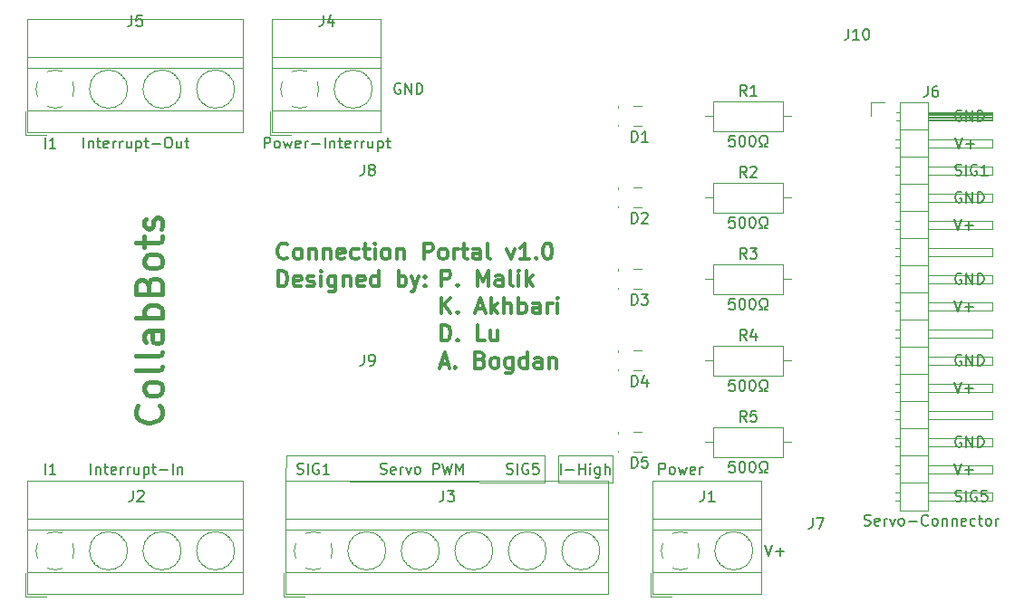
<source format=gto>
G04 #@! TF.GenerationSoftware,KiCad,Pcbnew,(5.1.2)-2*
G04 #@! TF.CreationDate,2019-06-27T20:53:15-04:00*
G04 #@! TF.ProjectId,connection-portal,636f6e6e-6563-4746-996f-6e2d706f7274,rev?*
G04 #@! TF.SameCoordinates,Original*
G04 #@! TF.FileFunction,Legend,Top*
G04 #@! TF.FilePolarity,Positive*
%FSLAX46Y46*%
G04 Gerber Fmt 4.6, Leading zero omitted, Abs format (unit mm)*
G04 Created by KiCad (PCBNEW (5.1.2)-2) date 2019-06-27 20:53:15*
%MOMM*%
%LPD*%
G04 APERTURE LIST*
%ADD10C,0.400000*%
%ADD11C,0.120000*%
%ADD12C,0.150000*%
%ADD13C,0.300000*%
G04 APERTURE END LIST*
D10*
X107572857Y-109635714D02*
X107691904Y-109754761D01*
X107810952Y-110111904D01*
X107810952Y-110350000D01*
X107691904Y-110707142D01*
X107453809Y-110945238D01*
X107215714Y-111064285D01*
X106739523Y-111183333D01*
X106382380Y-111183333D01*
X105906190Y-111064285D01*
X105668095Y-110945238D01*
X105430000Y-110707142D01*
X105310952Y-110350000D01*
X105310952Y-110111904D01*
X105430000Y-109754761D01*
X105549047Y-109635714D01*
X107810952Y-108207142D02*
X107691904Y-108445238D01*
X107572857Y-108564285D01*
X107334761Y-108683333D01*
X106620476Y-108683333D01*
X106382380Y-108564285D01*
X106263333Y-108445238D01*
X106144285Y-108207142D01*
X106144285Y-107850000D01*
X106263333Y-107611904D01*
X106382380Y-107492857D01*
X106620476Y-107373809D01*
X107334761Y-107373809D01*
X107572857Y-107492857D01*
X107691904Y-107611904D01*
X107810952Y-107850000D01*
X107810952Y-108207142D01*
X107810952Y-105945238D02*
X107691904Y-106183333D01*
X107453809Y-106302380D01*
X105310952Y-106302380D01*
X107810952Y-104635714D02*
X107691904Y-104873809D01*
X107453809Y-104992857D01*
X105310952Y-104992857D01*
X107810952Y-102611904D02*
X106501428Y-102611904D01*
X106263333Y-102730952D01*
X106144285Y-102969047D01*
X106144285Y-103445238D01*
X106263333Y-103683333D01*
X107691904Y-102611904D02*
X107810952Y-102850000D01*
X107810952Y-103445238D01*
X107691904Y-103683333D01*
X107453809Y-103802380D01*
X107215714Y-103802380D01*
X106977619Y-103683333D01*
X106858571Y-103445238D01*
X106858571Y-102850000D01*
X106739523Y-102611904D01*
X107810952Y-101421428D02*
X105310952Y-101421428D01*
X106263333Y-101421428D02*
X106144285Y-101183333D01*
X106144285Y-100707142D01*
X106263333Y-100469047D01*
X106382380Y-100350000D01*
X106620476Y-100230952D01*
X107334761Y-100230952D01*
X107572857Y-100350000D01*
X107691904Y-100469047D01*
X107810952Y-100707142D01*
X107810952Y-101183333D01*
X107691904Y-101421428D01*
X106501428Y-98326190D02*
X106620476Y-97969047D01*
X106739523Y-97850000D01*
X106977619Y-97730952D01*
X107334761Y-97730952D01*
X107572857Y-97850000D01*
X107691904Y-97969047D01*
X107810952Y-98207142D01*
X107810952Y-99159523D01*
X105310952Y-99159523D01*
X105310952Y-98326190D01*
X105430000Y-98088095D01*
X105549047Y-97969047D01*
X105787142Y-97850000D01*
X106025238Y-97850000D01*
X106263333Y-97969047D01*
X106382380Y-98088095D01*
X106501428Y-98326190D01*
X106501428Y-99159523D01*
X107810952Y-96302380D02*
X107691904Y-96540476D01*
X107572857Y-96659523D01*
X107334761Y-96778571D01*
X106620476Y-96778571D01*
X106382380Y-96659523D01*
X106263333Y-96540476D01*
X106144285Y-96302380D01*
X106144285Y-95945238D01*
X106263333Y-95707142D01*
X106382380Y-95588095D01*
X106620476Y-95469047D01*
X107334761Y-95469047D01*
X107572857Y-95588095D01*
X107691904Y-95707142D01*
X107810952Y-95945238D01*
X107810952Y-96302380D01*
X106144285Y-94754761D02*
X106144285Y-93802380D01*
X105310952Y-94397619D02*
X107453809Y-94397619D01*
X107691904Y-94278571D01*
X107810952Y-94040476D01*
X107810952Y-93802380D01*
X107691904Y-93088095D02*
X107810952Y-92850000D01*
X107810952Y-92373809D01*
X107691904Y-92135714D01*
X107453809Y-92016666D01*
X107334761Y-92016666D01*
X107096666Y-92135714D01*
X106977619Y-92373809D01*
X106977619Y-92730952D01*
X106858571Y-92969047D01*
X106620476Y-93088095D01*
X106501428Y-93088095D01*
X106263333Y-92969047D01*
X106144285Y-92730952D01*
X106144285Y-92373809D01*
X106263333Y-92135714D01*
D11*
X144780000Y-116840000D02*
X144780000Y-114300000D01*
X149860000Y-116840000D02*
X144780000Y-116840000D01*
X149860000Y-114300000D02*
X149860000Y-116840000D01*
X144780000Y-114300000D02*
X149860000Y-114300000D01*
X119360000Y-116630000D02*
X119380000Y-114300000D01*
X143510000Y-116840000D02*
X119360000Y-116630000D01*
X143510000Y-114300000D02*
X143510000Y-116840000D01*
X119380000Y-114300000D02*
X143510000Y-114300000D01*
D12*
X139987976Y-115974761D02*
X140130833Y-116022380D01*
X140368928Y-116022380D01*
X140464166Y-115974761D01*
X140511785Y-115927142D01*
X140559404Y-115831904D01*
X140559404Y-115736666D01*
X140511785Y-115641428D01*
X140464166Y-115593809D01*
X140368928Y-115546190D01*
X140178452Y-115498571D01*
X140083214Y-115450952D01*
X140035595Y-115403333D01*
X139987976Y-115308095D01*
X139987976Y-115212857D01*
X140035595Y-115117619D01*
X140083214Y-115070000D01*
X140178452Y-115022380D01*
X140416547Y-115022380D01*
X140559404Y-115070000D01*
X140987976Y-116022380D02*
X140987976Y-115022380D01*
X141987976Y-115070000D02*
X141892738Y-115022380D01*
X141749880Y-115022380D01*
X141607023Y-115070000D01*
X141511785Y-115165238D01*
X141464166Y-115260476D01*
X141416547Y-115450952D01*
X141416547Y-115593809D01*
X141464166Y-115784285D01*
X141511785Y-115879523D01*
X141607023Y-115974761D01*
X141749880Y-116022380D01*
X141845119Y-116022380D01*
X141987976Y-115974761D01*
X142035595Y-115927142D01*
X142035595Y-115593809D01*
X141845119Y-115593809D01*
X142940357Y-115022380D02*
X142464166Y-115022380D01*
X142416547Y-115498571D01*
X142464166Y-115450952D01*
X142559404Y-115403333D01*
X142797500Y-115403333D01*
X142892738Y-115450952D01*
X142940357Y-115498571D01*
X142987976Y-115593809D01*
X142987976Y-115831904D01*
X142940357Y-115927142D01*
X142892738Y-115974761D01*
X142797500Y-116022380D01*
X142559404Y-116022380D01*
X142464166Y-115974761D01*
X142416547Y-115927142D01*
X181802738Y-115022380D02*
X182136071Y-116022380D01*
X182469404Y-115022380D01*
X182802738Y-115641428D02*
X183564642Y-115641428D01*
X183183690Y-116022380D02*
X183183690Y-115260476D01*
X181802738Y-107402380D02*
X182136071Y-108402380D01*
X182469404Y-107402380D01*
X182802738Y-108021428D02*
X183564642Y-108021428D01*
X183183690Y-108402380D02*
X183183690Y-107640476D01*
X181802738Y-99782380D02*
X182136071Y-100782380D01*
X182469404Y-99782380D01*
X182802738Y-100401428D02*
X183564642Y-100401428D01*
X183183690Y-100782380D02*
X183183690Y-100020476D01*
X181802738Y-92162380D02*
X182136071Y-93162380D01*
X182469404Y-92162380D01*
X182802738Y-92781428D02*
X183564642Y-92781428D01*
X183183690Y-93162380D02*
X183183690Y-92400476D01*
X181897976Y-118514761D02*
X182040833Y-118562380D01*
X182278928Y-118562380D01*
X182374166Y-118514761D01*
X182421785Y-118467142D01*
X182469404Y-118371904D01*
X182469404Y-118276666D01*
X182421785Y-118181428D01*
X182374166Y-118133809D01*
X182278928Y-118086190D01*
X182088452Y-118038571D01*
X181993214Y-117990952D01*
X181945595Y-117943333D01*
X181897976Y-117848095D01*
X181897976Y-117752857D01*
X181945595Y-117657619D01*
X181993214Y-117610000D01*
X182088452Y-117562380D01*
X182326547Y-117562380D01*
X182469404Y-117610000D01*
X182897976Y-118562380D02*
X182897976Y-117562380D01*
X183897976Y-117610000D02*
X183802738Y-117562380D01*
X183659880Y-117562380D01*
X183517023Y-117610000D01*
X183421785Y-117705238D01*
X183374166Y-117800476D01*
X183326547Y-117990952D01*
X183326547Y-118133809D01*
X183374166Y-118324285D01*
X183421785Y-118419523D01*
X183517023Y-118514761D01*
X183659880Y-118562380D01*
X183755119Y-118562380D01*
X183897976Y-118514761D01*
X183945595Y-118467142D01*
X183945595Y-118133809D01*
X183755119Y-118133809D01*
X184850357Y-117562380D02*
X184374166Y-117562380D01*
X184326547Y-118038571D01*
X184374166Y-117990952D01*
X184469404Y-117943333D01*
X184707500Y-117943333D01*
X184802738Y-117990952D01*
X184850357Y-118038571D01*
X184897976Y-118133809D01*
X184897976Y-118371904D01*
X184850357Y-118467142D01*
X184802738Y-118514761D01*
X184707500Y-118562380D01*
X184469404Y-118562380D01*
X184374166Y-118514761D01*
X184326547Y-118467142D01*
X181927619Y-84542380D02*
X182260952Y-85542380D01*
X182594285Y-84542380D01*
X182927619Y-85161428D02*
X183689523Y-85161428D01*
X183308571Y-85542380D02*
X183308571Y-84780476D01*
X164147619Y-122642380D02*
X164480952Y-123642380D01*
X164814285Y-122642380D01*
X165147619Y-123261428D02*
X165909523Y-123261428D01*
X165528571Y-123642380D02*
X165528571Y-122880476D01*
X130048095Y-79510000D02*
X129952857Y-79462380D01*
X129810000Y-79462380D01*
X129667142Y-79510000D01*
X129571904Y-79605238D01*
X129524285Y-79700476D01*
X129476666Y-79890952D01*
X129476666Y-80033809D01*
X129524285Y-80224285D01*
X129571904Y-80319523D01*
X129667142Y-80414761D01*
X129810000Y-80462380D01*
X129905238Y-80462380D01*
X130048095Y-80414761D01*
X130095714Y-80367142D01*
X130095714Y-80033809D01*
X129905238Y-80033809D01*
X130524285Y-80462380D02*
X130524285Y-79462380D01*
X131095714Y-80462380D01*
X131095714Y-79462380D01*
X131571904Y-80462380D02*
X131571904Y-79462380D01*
X131810000Y-79462380D01*
X131952857Y-79510000D01*
X132048095Y-79605238D01*
X132095714Y-79700476D01*
X132143333Y-79890952D01*
X132143333Y-80033809D01*
X132095714Y-80224285D01*
X132048095Y-80319523D01*
X131952857Y-80414761D01*
X131810000Y-80462380D01*
X131571904Y-80462380D01*
X145034285Y-116022380D02*
X145034285Y-115022380D01*
X145510476Y-115641428D02*
X146272380Y-115641428D01*
X146748571Y-116022380D02*
X146748571Y-115022380D01*
X146748571Y-115498571D02*
X147320000Y-115498571D01*
X147320000Y-116022380D02*
X147320000Y-115022380D01*
X147796190Y-116022380D02*
X147796190Y-115355714D01*
X147796190Y-115022380D02*
X147748571Y-115070000D01*
X147796190Y-115117619D01*
X147843809Y-115070000D01*
X147796190Y-115022380D01*
X147796190Y-115117619D01*
X148700952Y-115355714D02*
X148700952Y-116165238D01*
X148653333Y-116260476D01*
X148605714Y-116308095D01*
X148510476Y-116355714D01*
X148367619Y-116355714D01*
X148272380Y-116308095D01*
X148700952Y-115974761D02*
X148605714Y-116022380D01*
X148415238Y-116022380D01*
X148320000Y-115974761D01*
X148272380Y-115927142D01*
X148224761Y-115831904D01*
X148224761Y-115546190D01*
X148272380Y-115450952D01*
X148320000Y-115403333D01*
X148415238Y-115355714D01*
X148605714Y-115355714D01*
X148700952Y-115403333D01*
X149177142Y-116022380D02*
X149177142Y-115022380D01*
X149605714Y-116022380D02*
X149605714Y-115498571D01*
X149558095Y-115403333D01*
X149462857Y-115355714D01*
X149320000Y-115355714D01*
X149224761Y-115403333D01*
X149177142Y-115450952D01*
X96855595Y-85542380D02*
X96855595Y-84542380D01*
X97855595Y-85542380D02*
X97284166Y-85542380D01*
X97569880Y-85542380D02*
X97569880Y-84542380D01*
X97474642Y-84685238D01*
X97379404Y-84780476D01*
X97284166Y-84828095D01*
X96855595Y-116022380D02*
X96855595Y-115022380D01*
X97855595Y-116022380D02*
X97284166Y-116022380D01*
X97569880Y-116022380D02*
X97569880Y-115022380D01*
X97474642Y-115165238D01*
X97379404Y-115260476D01*
X97284166Y-115308095D01*
X181897976Y-88034761D02*
X182040833Y-88082380D01*
X182278928Y-88082380D01*
X182374166Y-88034761D01*
X182421785Y-87987142D01*
X182469404Y-87891904D01*
X182469404Y-87796666D01*
X182421785Y-87701428D01*
X182374166Y-87653809D01*
X182278928Y-87606190D01*
X182088452Y-87558571D01*
X181993214Y-87510952D01*
X181945595Y-87463333D01*
X181897976Y-87368095D01*
X181897976Y-87272857D01*
X181945595Y-87177619D01*
X181993214Y-87130000D01*
X182088452Y-87082380D01*
X182326547Y-87082380D01*
X182469404Y-87130000D01*
X182897976Y-88082380D02*
X182897976Y-87082380D01*
X183897976Y-87130000D02*
X183802738Y-87082380D01*
X183659880Y-87082380D01*
X183517023Y-87130000D01*
X183421785Y-87225238D01*
X183374166Y-87320476D01*
X183326547Y-87510952D01*
X183326547Y-87653809D01*
X183374166Y-87844285D01*
X183421785Y-87939523D01*
X183517023Y-88034761D01*
X183659880Y-88082380D01*
X183755119Y-88082380D01*
X183897976Y-88034761D01*
X183945595Y-87987142D01*
X183945595Y-87653809D01*
X183755119Y-87653809D01*
X184897976Y-88082380D02*
X184326547Y-88082380D01*
X184612261Y-88082380D02*
X184612261Y-87082380D01*
X184517023Y-87225238D01*
X184421785Y-87320476D01*
X184326547Y-87368095D01*
X120420000Y-115974761D02*
X120562857Y-116022380D01*
X120800952Y-116022380D01*
X120896190Y-115974761D01*
X120943809Y-115927142D01*
X120991428Y-115831904D01*
X120991428Y-115736666D01*
X120943809Y-115641428D01*
X120896190Y-115593809D01*
X120800952Y-115546190D01*
X120610476Y-115498571D01*
X120515238Y-115450952D01*
X120467619Y-115403333D01*
X120420000Y-115308095D01*
X120420000Y-115212857D01*
X120467619Y-115117619D01*
X120515238Y-115070000D01*
X120610476Y-115022380D01*
X120848571Y-115022380D01*
X120991428Y-115070000D01*
X121420000Y-116022380D02*
X121420000Y-115022380D01*
X122420000Y-115070000D02*
X122324761Y-115022380D01*
X122181904Y-115022380D01*
X122039047Y-115070000D01*
X121943809Y-115165238D01*
X121896190Y-115260476D01*
X121848571Y-115450952D01*
X121848571Y-115593809D01*
X121896190Y-115784285D01*
X121943809Y-115879523D01*
X122039047Y-115974761D01*
X122181904Y-116022380D01*
X122277142Y-116022380D01*
X122420000Y-115974761D01*
X122467619Y-115927142D01*
X122467619Y-115593809D01*
X122277142Y-115593809D01*
X123420000Y-116022380D02*
X122848571Y-116022380D01*
X123134285Y-116022380D02*
X123134285Y-115022380D01*
X123039047Y-115165238D01*
X122943809Y-115260476D01*
X122848571Y-115308095D01*
X182469404Y-82050000D02*
X182374166Y-82002380D01*
X182231309Y-82002380D01*
X182088452Y-82050000D01*
X181993214Y-82145238D01*
X181945595Y-82240476D01*
X181897976Y-82430952D01*
X181897976Y-82573809D01*
X181945595Y-82764285D01*
X181993214Y-82859523D01*
X182088452Y-82954761D01*
X182231309Y-83002380D01*
X182326547Y-83002380D01*
X182469404Y-82954761D01*
X182517023Y-82907142D01*
X182517023Y-82573809D01*
X182326547Y-82573809D01*
X182945595Y-83002380D02*
X182945595Y-82002380D01*
X183517023Y-83002380D01*
X183517023Y-82002380D01*
X183993214Y-83002380D02*
X183993214Y-82002380D01*
X184231309Y-82002380D01*
X184374166Y-82050000D01*
X184469404Y-82145238D01*
X184517023Y-82240476D01*
X184564642Y-82430952D01*
X184564642Y-82573809D01*
X184517023Y-82764285D01*
X184469404Y-82859523D01*
X184374166Y-82954761D01*
X184231309Y-83002380D01*
X183993214Y-83002380D01*
X182469404Y-89670000D02*
X182374166Y-89622380D01*
X182231309Y-89622380D01*
X182088452Y-89670000D01*
X181993214Y-89765238D01*
X181945595Y-89860476D01*
X181897976Y-90050952D01*
X181897976Y-90193809D01*
X181945595Y-90384285D01*
X181993214Y-90479523D01*
X182088452Y-90574761D01*
X182231309Y-90622380D01*
X182326547Y-90622380D01*
X182469404Y-90574761D01*
X182517023Y-90527142D01*
X182517023Y-90193809D01*
X182326547Y-90193809D01*
X182945595Y-90622380D02*
X182945595Y-89622380D01*
X183517023Y-90622380D01*
X183517023Y-89622380D01*
X183993214Y-90622380D02*
X183993214Y-89622380D01*
X184231309Y-89622380D01*
X184374166Y-89670000D01*
X184469404Y-89765238D01*
X184517023Y-89860476D01*
X184564642Y-90050952D01*
X184564642Y-90193809D01*
X184517023Y-90384285D01*
X184469404Y-90479523D01*
X184374166Y-90574761D01*
X184231309Y-90622380D01*
X183993214Y-90622380D01*
X182469404Y-97290000D02*
X182374166Y-97242380D01*
X182231309Y-97242380D01*
X182088452Y-97290000D01*
X181993214Y-97385238D01*
X181945595Y-97480476D01*
X181897976Y-97670952D01*
X181897976Y-97813809D01*
X181945595Y-98004285D01*
X181993214Y-98099523D01*
X182088452Y-98194761D01*
X182231309Y-98242380D01*
X182326547Y-98242380D01*
X182469404Y-98194761D01*
X182517023Y-98147142D01*
X182517023Y-97813809D01*
X182326547Y-97813809D01*
X182945595Y-98242380D02*
X182945595Y-97242380D01*
X183517023Y-98242380D01*
X183517023Y-97242380D01*
X183993214Y-98242380D02*
X183993214Y-97242380D01*
X184231309Y-97242380D01*
X184374166Y-97290000D01*
X184469404Y-97385238D01*
X184517023Y-97480476D01*
X184564642Y-97670952D01*
X184564642Y-97813809D01*
X184517023Y-98004285D01*
X184469404Y-98099523D01*
X184374166Y-98194761D01*
X184231309Y-98242380D01*
X183993214Y-98242380D01*
X182469404Y-104910000D02*
X182374166Y-104862380D01*
X182231309Y-104862380D01*
X182088452Y-104910000D01*
X181993214Y-105005238D01*
X181945595Y-105100476D01*
X181897976Y-105290952D01*
X181897976Y-105433809D01*
X181945595Y-105624285D01*
X181993214Y-105719523D01*
X182088452Y-105814761D01*
X182231309Y-105862380D01*
X182326547Y-105862380D01*
X182469404Y-105814761D01*
X182517023Y-105767142D01*
X182517023Y-105433809D01*
X182326547Y-105433809D01*
X182945595Y-105862380D02*
X182945595Y-104862380D01*
X183517023Y-105862380D01*
X183517023Y-104862380D01*
X183993214Y-105862380D02*
X183993214Y-104862380D01*
X184231309Y-104862380D01*
X184374166Y-104910000D01*
X184469404Y-105005238D01*
X184517023Y-105100476D01*
X184564642Y-105290952D01*
X184564642Y-105433809D01*
X184517023Y-105624285D01*
X184469404Y-105719523D01*
X184374166Y-105814761D01*
X184231309Y-105862380D01*
X183993214Y-105862380D01*
X182469404Y-112530000D02*
X182374166Y-112482380D01*
X182231309Y-112482380D01*
X182088452Y-112530000D01*
X181993214Y-112625238D01*
X181945595Y-112720476D01*
X181897976Y-112910952D01*
X181897976Y-113053809D01*
X181945595Y-113244285D01*
X181993214Y-113339523D01*
X182088452Y-113434761D01*
X182231309Y-113482380D01*
X182326547Y-113482380D01*
X182469404Y-113434761D01*
X182517023Y-113387142D01*
X182517023Y-113053809D01*
X182326547Y-113053809D01*
X182945595Y-113482380D02*
X182945595Y-112482380D01*
X183517023Y-113482380D01*
X183517023Y-112482380D01*
X183993214Y-113482380D02*
X183993214Y-112482380D01*
X184231309Y-112482380D01*
X184374166Y-112530000D01*
X184469404Y-112625238D01*
X184517023Y-112720476D01*
X184564642Y-112910952D01*
X184564642Y-113053809D01*
X184517023Y-113244285D01*
X184469404Y-113339523D01*
X184374166Y-113434761D01*
X184231309Y-113482380D01*
X183993214Y-113482380D01*
D13*
X119519285Y-95780714D02*
X119447857Y-95852142D01*
X119233571Y-95923571D01*
X119090714Y-95923571D01*
X118876428Y-95852142D01*
X118733571Y-95709285D01*
X118662142Y-95566428D01*
X118590714Y-95280714D01*
X118590714Y-95066428D01*
X118662142Y-94780714D01*
X118733571Y-94637857D01*
X118876428Y-94495000D01*
X119090714Y-94423571D01*
X119233571Y-94423571D01*
X119447857Y-94495000D01*
X119519285Y-94566428D01*
X120376428Y-95923571D02*
X120233571Y-95852142D01*
X120162142Y-95780714D01*
X120090714Y-95637857D01*
X120090714Y-95209285D01*
X120162142Y-95066428D01*
X120233571Y-94995000D01*
X120376428Y-94923571D01*
X120590714Y-94923571D01*
X120733571Y-94995000D01*
X120805000Y-95066428D01*
X120876428Y-95209285D01*
X120876428Y-95637857D01*
X120805000Y-95780714D01*
X120733571Y-95852142D01*
X120590714Y-95923571D01*
X120376428Y-95923571D01*
X121519285Y-94923571D02*
X121519285Y-95923571D01*
X121519285Y-95066428D02*
X121590714Y-94995000D01*
X121733571Y-94923571D01*
X121947857Y-94923571D01*
X122090714Y-94995000D01*
X122162142Y-95137857D01*
X122162142Y-95923571D01*
X122876428Y-94923571D02*
X122876428Y-95923571D01*
X122876428Y-95066428D02*
X122947857Y-94995000D01*
X123090714Y-94923571D01*
X123305000Y-94923571D01*
X123447857Y-94995000D01*
X123519285Y-95137857D01*
X123519285Y-95923571D01*
X124805000Y-95852142D02*
X124662142Y-95923571D01*
X124376428Y-95923571D01*
X124233571Y-95852142D01*
X124162142Y-95709285D01*
X124162142Y-95137857D01*
X124233571Y-94995000D01*
X124376428Y-94923571D01*
X124662142Y-94923571D01*
X124805000Y-94995000D01*
X124876428Y-95137857D01*
X124876428Y-95280714D01*
X124162142Y-95423571D01*
X126162142Y-95852142D02*
X126019285Y-95923571D01*
X125733571Y-95923571D01*
X125590714Y-95852142D01*
X125519285Y-95780714D01*
X125447857Y-95637857D01*
X125447857Y-95209285D01*
X125519285Y-95066428D01*
X125590714Y-94995000D01*
X125733571Y-94923571D01*
X126019285Y-94923571D01*
X126162142Y-94995000D01*
X126590714Y-94923571D02*
X127162142Y-94923571D01*
X126805000Y-94423571D02*
X126805000Y-95709285D01*
X126876428Y-95852142D01*
X127019285Y-95923571D01*
X127162142Y-95923571D01*
X127662142Y-95923571D02*
X127662142Y-94923571D01*
X127662142Y-94423571D02*
X127590714Y-94495000D01*
X127662142Y-94566428D01*
X127733571Y-94495000D01*
X127662142Y-94423571D01*
X127662142Y-94566428D01*
X128590714Y-95923571D02*
X128447857Y-95852142D01*
X128376428Y-95780714D01*
X128305000Y-95637857D01*
X128305000Y-95209285D01*
X128376428Y-95066428D01*
X128447857Y-94995000D01*
X128590714Y-94923571D01*
X128805000Y-94923571D01*
X128947857Y-94995000D01*
X129019285Y-95066428D01*
X129090714Y-95209285D01*
X129090714Y-95637857D01*
X129019285Y-95780714D01*
X128947857Y-95852142D01*
X128805000Y-95923571D01*
X128590714Y-95923571D01*
X129733571Y-94923571D02*
X129733571Y-95923571D01*
X129733571Y-95066428D02*
X129805000Y-94995000D01*
X129947857Y-94923571D01*
X130162142Y-94923571D01*
X130305000Y-94995000D01*
X130376428Y-95137857D01*
X130376428Y-95923571D01*
X132233571Y-95923571D02*
X132233571Y-94423571D01*
X132805000Y-94423571D01*
X132947857Y-94495000D01*
X133019285Y-94566428D01*
X133090714Y-94709285D01*
X133090714Y-94923571D01*
X133019285Y-95066428D01*
X132947857Y-95137857D01*
X132805000Y-95209285D01*
X132233571Y-95209285D01*
X133947857Y-95923571D02*
X133805000Y-95852142D01*
X133733571Y-95780714D01*
X133662142Y-95637857D01*
X133662142Y-95209285D01*
X133733571Y-95066428D01*
X133805000Y-94995000D01*
X133947857Y-94923571D01*
X134162142Y-94923571D01*
X134305000Y-94995000D01*
X134376428Y-95066428D01*
X134447857Y-95209285D01*
X134447857Y-95637857D01*
X134376428Y-95780714D01*
X134305000Y-95852142D01*
X134162142Y-95923571D01*
X133947857Y-95923571D01*
X135090714Y-95923571D02*
X135090714Y-94923571D01*
X135090714Y-95209285D02*
X135162142Y-95066428D01*
X135233571Y-94995000D01*
X135376428Y-94923571D01*
X135519285Y-94923571D01*
X135805000Y-94923571D02*
X136376428Y-94923571D01*
X136019285Y-94423571D02*
X136019285Y-95709285D01*
X136090714Y-95852142D01*
X136233571Y-95923571D01*
X136376428Y-95923571D01*
X137519285Y-95923571D02*
X137519285Y-95137857D01*
X137447857Y-94995000D01*
X137305000Y-94923571D01*
X137019285Y-94923571D01*
X136876428Y-94995000D01*
X137519285Y-95852142D02*
X137376428Y-95923571D01*
X137019285Y-95923571D01*
X136876428Y-95852142D01*
X136805000Y-95709285D01*
X136805000Y-95566428D01*
X136876428Y-95423571D01*
X137019285Y-95352142D01*
X137376428Y-95352142D01*
X137519285Y-95280714D01*
X138447857Y-95923571D02*
X138305000Y-95852142D01*
X138233571Y-95709285D01*
X138233571Y-94423571D01*
X140019285Y-94923571D02*
X140376428Y-95923571D01*
X140733571Y-94923571D01*
X142090714Y-95923571D02*
X141233571Y-95923571D01*
X141662142Y-95923571D02*
X141662142Y-94423571D01*
X141519285Y-94637857D01*
X141376428Y-94780714D01*
X141233571Y-94852142D01*
X142733571Y-95780714D02*
X142805000Y-95852142D01*
X142733571Y-95923571D01*
X142662142Y-95852142D01*
X142733571Y-95780714D01*
X142733571Y-95923571D01*
X143733571Y-94423571D02*
X143876428Y-94423571D01*
X144019285Y-94495000D01*
X144090714Y-94566428D01*
X144162142Y-94709285D01*
X144233571Y-94995000D01*
X144233571Y-95352142D01*
X144162142Y-95637857D01*
X144090714Y-95780714D01*
X144019285Y-95852142D01*
X143876428Y-95923571D01*
X143733571Y-95923571D01*
X143590714Y-95852142D01*
X143519285Y-95780714D01*
X143447857Y-95637857D01*
X143376428Y-95352142D01*
X143376428Y-94995000D01*
X143447857Y-94709285D01*
X143519285Y-94566428D01*
X143590714Y-94495000D01*
X143733571Y-94423571D01*
X118662142Y-98473571D02*
X118662142Y-96973571D01*
X119019285Y-96973571D01*
X119233571Y-97045000D01*
X119376428Y-97187857D01*
X119447857Y-97330714D01*
X119519285Y-97616428D01*
X119519285Y-97830714D01*
X119447857Y-98116428D01*
X119376428Y-98259285D01*
X119233571Y-98402142D01*
X119019285Y-98473571D01*
X118662142Y-98473571D01*
X120733571Y-98402142D02*
X120590714Y-98473571D01*
X120305000Y-98473571D01*
X120162142Y-98402142D01*
X120090714Y-98259285D01*
X120090714Y-97687857D01*
X120162142Y-97545000D01*
X120305000Y-97473571D01*
X120590714Y-97473571D01*
X120733571Y-97545000D01*
X120805000Y-97687857D01*
X120805000Y-97830714D01*
X120090714Y-97973571D01*
X121376428Y-98402142D02*
X121519285Y-98473571D01*
X121805000Y-98473571D01*
X121947857Y-98402142D01*
X122019285Y-98259285D01*
X122019285Y-98187857D01*
X121947857Y-98045000D01*
X121805000Y-97973571D01*
X121590714Y-97973571D01*
X121447857Y-97902142D01*
X121376428Y-97759285D01*
X121376428Y-97687857D01*
X121447857Y-97545000D01*
X121590714Y-97473571D01*
X121805000Y-97473571D01*
X121947857Y-97545000D01*
X122662142Y-98473571D02*
X122662142Y-97473571D01*
X122662142Y-96973571D02*
X122590714Y-97045000D01*
X122662142Y-97116428D01*
X122733571Y-97045000D01*
X122662142Y-96973571D01*
X122662142Y-97116428D01*
X124019285Y-97473571D02*
X124019285Y-98687857D01*
X123947857Y-98830714D01*
X123876428Y-98902142D01*
X123733571Y-98973571D01*
X123519285Y-98973571D01*
X123376428Y-98902142D01*
X124019285Y-98402142D02*
X123876428Y-98473571D01*
X123590714Y-98473571D01*
X123447857Y-98402142D01*
X123376428Y-98330714D01*
X123305000Y-98187857D01*
X123305000Y-97759285D01*
X123376428Y-97616428D01*
X123447857Y-97545000D01*
X123590714Y-97473571D01*
X123876428Y-97473571D01*
X124019285Y-97545000D01*
X124733571Y-97473571D02*
X124733571Y-98473571D01*
X124733571Y-97616428D02*
X124805000Y-97545000D01*
X124947857Y-97473571D01*
X125162142Y-97473571D01*
X125305000Y-97545000D01*
X125376428Y-97687857D01*
X125376428Y-98473571D01*
X126662142Y-98402142D02*
X126519285Y-98473571D01*
X126233571Y-98473571D01*
X126090714Y-98402142D01*
X126019285Y-98259285D01*
X126019285Y-97687857D01*
X126090714Y-97545000D01*
X126233571Y-97473571D01*
X126519285Y-97473571D01*
X126662142Y-97545000D01*
X126733571Y-97687857D01*
X126733571Y-97830714D01*
X126019285Y-97973571D01*
X128019285Y-98473571D02*
X128019285Y-96973571D01*
X128019285Y-98402142D02*
X127876428Y-98473571D01*
X127590714Y-98473571D01*
X127447857Y-98402142D01*
X127376428Y-98330714D01*
X127305000Y-98187857D01*
X127305000Y-97759285D01*
X127376428Y-97616428D01*
X127447857Y-97545000D01*
X127590714Y-97473571D01*
X127876428Y-97473571D01*
X128019285Y-97545000D01*
X129876428Y-98473571D02*
X129876428Y-96973571D01*
X129876428Y-97545000D02*
X130019285Y-97473571D01*
X130305000Y-97473571D01*
X130447857Y-97545000D01*
X130519285Y-97616428D01*
X130590714Y-97759285D01*
X130590714Y-98187857D01*
X130519285Y-98330714D01*
X130447857Y-98402142D01*
X130305000Y-98473571D01*
X130019285Y-98473571D01*
X129876428Y-98402142D01*
X131090714Y-97473571D02*
X131447857Y-98473571D01*
X131805000Y-97473571D02*
X131447857Y-98473571D01*
X131305000Y-98830714D01*
X131233571Y-98902142D01*
X131090714Y-98973571D01*
X132376428Y-98330714D02*
X132447857Y-98402142D01*
X132376428Y-98473571D01*
X132305000Y-98402142D01*
X132376428Y-98330714D01*
X132376428Y-98473571D01*
X132376428Y-97545000D02*
X132447857Y-97616428D01*
X132376428Y-97687857D01*
X132305000Y-97616428D01*
X132376428Y-97545000D01*
X132376428Y-97687857D01*
X133902142Y-98453571D02*
X133902142Y-96953571D01*
X134473571Y-96953571D01*
X134616428Y-97025000D01*
X134687857Y-97096428D01*
X134759285Y-97239285D01*
X134759285Y-97453571D01*
X134687857Y-97596428D01*
X134616428Y-97667857D01*
X134473571Y-97739285D01*
X133902142Y-97739285D01*
X135402142Y-98310714D02*
X135473571Y-98382142D01*
X135402142Y-98453571D01*
X135330714Y-98382142D01*
X135402142Y-98310714D01*
X135402142Y-98453571D01*
X137259285Y-98453571D02*
X137259285Y-96953571D01*
X137759285Y-98025000D01*
X138259285Y-96953571D01*
X138259285Y-98453571D01*
X139616428Y-98453571D02*
X139616428Y-97667857D01*
X139545000Y-97525000D01*
X139402142Y-97453571D01*
X139116428Y-97453571D01*
X138973571Y-97525000D01*
X139616428Y-98382142D02*
X139473571Y-98453571D01*
X139116428Y-98453571D01*
X138973571Y-98382142D01*
X138902142Y-98239285D01*
X138902142Y-98096428D01*
X138973571Y-97953571D01*
X139116428Y-97882142D01*
X139473571Y-97882142D01*
X139616428Y-97810714D01*
X140545000Y-98453571D02*
X140402142Y-98382142D01*
X140330714Y-98239285D01*
X140330714Y-96953571D01*
X141116428Y-98453571D02*
X141116428Y-97453571D01*
X141116428Y-96953571D02*
X141045000Y-97025000D01*
X141116428Y-97096428D01*
X141187857Y-97025000D01*
X141116428Y-96953571D01*
X141116428Y-97096428D01*
X141830714Y-98453571D02*
X141830714Y-96953571D01*
X141973571Y-97882142D02*
X142402142Y-98453571D01*
X142402142Y-97453571D02*
X141830714Y-98025000D01*
X133902142Y-101003571D02*
X133902142Y-99503571D01*
X134759285Y-101003571D02*
X134116428Y-100146428D01*
X134759285Y-99503571D02*
X133902142Y-100360714D01*
X135402142Y-100860714D02*
X135473571Y-100932142D01*
X135402142Y-101003571D01*
X135330714Y-100932142D01*
X135402142Y-100860714D01*
X135402142Y-101003571D01*
X137187857Y-100575000D02*
X137902142Y-100575000D01*
X137045000Y-101003571D02*
X137545000Y-99503571D01*
X138045000Y-101003571D01*
X138545000Y-101003571D02*
X138545000Y-99503571D01*
X138687857Y-100432142D02*
X139116428Y-101003571D01*
X139116428Y-100003571D02*
X138545000Y-100575000D01*
X139759285Y-101003571D02*
X139759285Y-99503571D01*
X140402142Y-101003571D02*
X140402142Y-100217857D01*
X140330714Y-100075000D01*
X140187857Y-100003571D01*
X139973571Y-100003571D01*
X139830714Y-100075000D01*
X139759285Y-100146428D01*
X141116428Y-101003571D02*
X141116428Y-99503571D01*
X141116428Y-100075000D02*
X141259285Y-100003571D01*
X141545000Y-100003571D01*
X141687857Y-100075000D01*
X141759285Y-100146428D01*
X141830714Y-100289285D01*
X141830714Y-100717857D01*
X141759285Y-100860714D01*
X141687857Y-100932142D01*
X141545000Y-101003571D01*
X141259285Y-101003571D01*
X141116428Y-100932142D01*
X143116428Y-101003571D02*
X143116428Y-100217857D01*
X143045000Y-100075000D01*
X142902142Y-100003571D01*
X142616428Y-100003571D01*
X142473571Y-100075000D01*
X143116428Y-100932142D02*
X142973571Y-101003571D01*
X142616428Y-101003571D01*
X142473571Y-100932142D01*
X142402142Y-100789285D01*
X142402142Y-100646428D01*
X142473571Y-100503571D01*
X142616428Y-100432142D01*
X142973571Y-100432142D01*
X143116428Y-100360714D01*
X143830714Y-101003571D02*
X143830714Y-100003571D01*
X143830714Y-100289285D02*
X143902142Y-100146428D01*
X143973571Y-100075000D01*
X144116428Y-100003571D01*
X144259285Y-100003571D01*
X144759285Y-101003571D02*
X144759285Y-100003571D01*
X144759285Y-99503571D02*
X144687857Y-99575000D01*
X144759285Y-99646428D01*
X144830714Y-99575000D01*
X144759285Y-99503571D01*
X144759285Y-99646428D01*
X133902142Y-103553571D02*
X133902142Y-102053571D01*
X134259285Y-102053571D01*
X134473571Y-102125000D01*
X134616428Y-102267857D01*
X134687857Y-102410714D01*
X134759285Y-102696428D01*
X134759285Y-102910714D01*
X134687857Y-103196428D01*
X134616428Y-103339285D01*
X134473571Y-103482142D01*
X134259285Y-103553571D01*
X133902142Y-103553571D01*
X135402142Y-103410714D02*
X135473571Y-103482142D01*
X135402142Y-103553571D01*
X135330714Y-103482142D01*
X135402142Y-103410714D01*
X135402142Y-103553571D01*
X137973571Y-103553571D02*
X137259285Y-103553571D01*
X137259285Y-102053571D01*
X139116428Y-102553571D02*
X139116428Y-103553571D01*
X138473571Y-102553571D02*
X138473571Y-103339285D01*
X138545000Y-103482142D01*
X138687857Y-103553571D01*
X138902142Y-103553571D01*
X139045000Y-103482142D01*
X139116428Y-103410714D01*
X133830714Y-105675000D02*
X134545000Y-105675000D01*
X133687857Y-106103571D02*
X134187857Y-104603571D01*
X134687857Y-106103571D01*
X135187857Y-105960714D02*
X135259285Y-106032142D01*
X135187857Y-106103571D01*
X135116428Y-106032142D01*
X135187857Y-105960714D01*
X135187857Y-106103571D01*
X137545000Y-105317857D02*
X137759285Y-105389285D01*
X137830714Y-105460714D01*
X137902142Y-105603571D01*
X137902142Y-105817857D01*
X137830714Y-105960714D01*
X137759285Y-106032142D01*
X137616428Y-106103571D01*
X137045000Y-106103571D01*
X137045000Y-104603571D01*
X137545000Y-104603571D01*
X137687857Y-104675000D01*
X137759285Y-104746428D01*
X137830714Y-104889285D01*
X137830714Y-105032142D01*
X137759285Y-105175000D01*
X137687857Y-105246428D01*
X137545000Y-105317857D01*
X137045000Y-105317857D01*
X138759285Y-106103571D02*
X138616428Y-106032142D01*
X138545000Y-105960714D01*
X138473571Y-105817857D01*
X138473571Y-105389285D01*
X138545000Y-105246428D01*
X138616428Y-105175000D01*
X138759285Y-105103571D01*
X138973571Y-105103571D01*
X139116428Y-105175000D01*
X139187857Y-105246428D01*
X139259285Y-105389285D01*
X139259285Y-105817857D01*
X139187857Y-105960714D01*
X139116428Y-106032142D01*
X138973571Y-106103571D01*
X138759285Y-106103571D01*
X140545000Y-105103571D02*
X140545000Y-106317857D01*
X140473571Y-106460714D01*
X140402142Y-106532142D01*
X140259285Y-106603571D01*
X140045000Y-106603571D01*
X139902142Y-106532142D01*
X140545000Y-106032142D02*
X140402142Y-106103571D01*
X140116428Y-106103571D01*
X139973571Y-106032142D01*
X139902142Y-105960714D01*
X139830714Y-105817857D01*
X139830714Y-105389285D01*
X139902142Y-105246428D01*
X139973571Y-105175000D01*
X140116428Y-105103571D01*
X140402142Y-105103571D01*
X140545000Y-105175000D01*
X141902142Y-106103571D02*
X141902142Y-104603571D01*
X141902142Y-106032142D02*
X141759285Y-106103571D01*
X141473571Y-106103571D01*
X141330714Y-106032142D01*
X141259285Y-105960714D01*
X141187857Y-105817857D01*
X141187857Y-105389285D01*
X141259285Y-105246428D01*
X141330714Y-105175000D01*
X141473571Y-105103571D01*
X141759285Y-105103571D01*
X141902142Y-105175000D01*
X143259285Y-106103571D02*
X143259285Y-105317857D01*
X143187857Y-105175000D01*
X143045000Y-105103571D01*
X142759285Y-105103571D01*
X142616428Y-105175000D01*
X143259285Y-106032142D02*
X143116428Y-106103571D01*
X142759285Y-106103571D01*
X142616428Y-106032142D01*
X142545000Y-105889285D01*
X142545000Y-105746428D01*
X142616428Y-105603571D01*
X142759285Y-105532142D01*
X143116428Y-105532142D01*
X143259285Y-105460714D01*
X143973571Y-105103571D02*
X143973571Y-106103571D01*
X143973571Y-105246428D02*
X144045000Y-105175000D01*
X144187857Y-105103571D01*
X144402142Y-105103571D01*
X144545000Y-105175000D01*
X144616428Y-105317857D01*
X144616428Y-106103571D01*
D11*
X166600000Y-113030000D02*
X165830000Y-113030000D01*
X158520000Y-113030000D02*
X159290000Y-113030000D01*
X165830000Y-111660000D02*
X159290000Y-111660000D01*
X165830000Y-114400000D02*
X165830000Y-111660000D01*
X159290000Y-114400000D02*
X165830000Y-114400000D01*
X159290000Y-111660000D02*
X159290000Y-114400000D01*
X166600000Y-105410000D02*
X165830000Y-105410000D01*
X158520000Y-105410000D02*
X159290000Y-105410000D01*
X165830000Y-104040000D02*
X159290000Y-104040000D01*
X165830000Y-106780000D02*
X165830000Y-104040000D01*
X159290000Y-106780000D02*
X165830000Y-106780000D01*
X159290000Y-104040000D02*
X159290000Y-106780000D01*
X166600000Y-97790000D02*
X165830000Y-97790000D01*
X158520000Y-97790000D02*
X159290000Y-97790000D01*
X165830000Y-96420000D02*
X159290000Y-96420000D01*
X165830000Y-99160000D02*
X165830000Y-96420000D01*
X159290000Y-99160000D02*
X165830000Y-99160000D01*
X159290000Y-96420000D02*
X159290000Y-99160000D01*
X166600000Y-90170000D02*
X165830000Y-90170000D01*
X158520000Y-90170000D02*
X159290000Y-90170000D01*
X165830000Y-88800000D02*
X159290000Y-88800000D01*
X165830000Y-91540000D02*
X165830000Y-88800000D01*
X159290000Y-91540000D02*
X165830000Y-91540000D01*
X159290000Y-88800000D02*
X159290000Y-91540000D01*
X166600000Y-82550000D02*
X165830000Y-82550000D01*
X158520000Y-82550000D02*
X159290000Y-82550000D01*
X165830000Y-81180000D02*
X159290000Y-81180000D01*
X165830000Y-83920000D02*
X165830000Y-81180000D01*
X159290000Y-83920000D02*
X165830000Y-83920000D01*
X159290000Y-81180000D02*
X159290000Y-83920000D01*
X173990000Y-81280000D02*
X175260000Y-81280000D01*
X173990000Y-82550000D02*
X173990000Y-81280000D01*
X176302929Y-118490000D02*
X176700000Y-118490000D01*
X176302929Y-117730000D02*
X176700000Y-117730000D01*
X185360000Y-118490000D02*
X179360000Y-118490000D01*
X185360000Y-117730000D02*
X185360000Y-118490000D01*
X179360000Y-117730000D02*
X185360000Y-117730000D01*
X176700000Y-116840000D02*
X179360000Y-116840000D01*
X176302929Y-115950000D02*
X176700000Y-115950000D01*
X176302929Y-115190000D02*
X176700000Y-115190000D01*
X185360000Y-115950000D02*
X179360000Y-115950000D01*
X185360000Y-115190000D02*
X185360000Y-115950000D01*
X179360000Y-115190000D02*
X185360000Y-115190000D01*
X176700000Y-114300000D02*
X179360000Y-114300000D01*
X176302929Y-113410000D02*
X176700000Y-113410000D01*
X176302929Y-112650000D02*
X176700000Y-112650000D01*
X185360000Y-113410000D02*
X179360000Y-113410000D01*
X185360000Y-112650000D02*
X185360000Y-113410000D01*
X179360000Y-112650000D02*
X185360000Y-112650000D01*
X176700000Y-111760000D02*
X179360000Y-111760000D01*
X176302929Y-110870000D02*
X176700000Y-110870000D01*
X176302929Y-110110000D02*
X176700000Y-110110000D01*
X185360000Y-110870000D02*
X179360000Y-110870000D01*
X185360000Y-110110000D02*
X185360000Y-110870000D01*
X179360000Y-110110000D02*
X185360000Y-110110000D01*
X176700000Y-109220000D02*
X179360000Y-109220000D01*
X176302929Y-108330000D02*
X176700000Y-108330000D01*
X176302929Y-107570000D02*
X176700000Y-107570000D01*
X185360000Y-108330000D02*
X179360000Y-108330000D01*
X185360000Y-107570000D02*
X185360000Y-108330000D01*
X179360000Y-107570000D02*
X185360000Y-107570000D01*
X176700000Y-106680000D02*
X179360000Y-106680000D01*
X176302929Y-105790000D02*
X176700000Y-105790000D01*
X176302929Y-105030000D02*
X176700000Y-105030000D01*
X185360000Y-105790000D02*
X179360000Y-105790000D01*
X185360000Y-105030000D02*
X185360000Y-105790000D01*
X179360000Y-105030000D02*
X185360000Y-105030000D01*
X176700000Y-104140000D02*
X179360000Y-104140000D01*
X176302929Y-103250000D02*
X176700000Y-103250000D01*
X176302929Y-102490000D02*
X176700000Y-102490000D01*
X185360000Y-103250000D02*
X179360000Y-103250000D01*
X185360000Y-102490000D02*
X185360000Y-103250000D01*
X179360000Y-102490000D02*
X185360000Y-102490000D01*
X176700000Y-101600000D02*
X179360000Y-101600000D01*
X176302929Y-100710000D02*
X176700000Y-100710000D01*
X176302929Y-99950000D02*
X176700000Y-99950000D01*
X185360000Y-100710000D02*
X179360000Y-100710000D01*
X185360000Y-99950000D02*
X185360000Y-100710000D01*
X179360000Y-99950000D02*
X185360000Y-99950000D01*
X176700000Y-99060000D02*
X179360000Y-99060000D01*
X176302929Y-98170000D02*
X176700000Y-98170000D01*
X176302929Y-97410000D02*
X176700000Y-97410000D01*
X185360000Y-98170000D02*
X179360000Y-98170000D01*
X185360000Y-97410000D02*
X185360000Y-98170000D01*
X179360000Y-97410000D02*
X185360000Y-97410000D01*
X176700000Y-96520000D02*
X179360000Y-96520000D01*
X176302929Y-95630000D02*
X176700000Y-95630000D01*
X176302929Y-94870000D02*
X176700000Y-94870000D01*
X185360000Y-95630000D02*
X179360000Y-95630000D01*
X185360000Y-94870000D02*
X185360000Y-95630000D01*
X179360000Y-94870000D02*
X185360000Y-94870000D01*
X176700000Y-93980000D02*
X179360000Y-93980000D01*
X176302929Y-93090000D02*
X176700000Y-93090000D01*
X176302929Y-92330000D02*
X176700000Y-92330000D01*
X185360000Y-93090000D02*
X179360000Y-93090000D01*
X185360000Y-92330000D02*
X185360000Y-93090000D01*
X179360000Y-92330000D02*
X185360000Y-92330000D01*
X176700000Y-91440000D02*
X179360000Y-91440000D01*
X176302929Y-90550000D02*
X176700000Y-90550000D01*
X176302929Y-89790000D02*
X176700000Y-89790000D01*
X185360000Y-90550000D02*
X179360000Y-90550000D01*
X185360000Y-89790000D02*
X185360000Y-90550000D01*
X179360000Y-89790000D02*
X185360000Y-89790000D01*
X176700000Y-88900000D02*
X179360000Y-88900000D01*
X176302929Y-88010000D02*
X176700000Y-88010000D01*
X176302929Y-87250000D02*
X176700000Y-87250000D01*
X185360000Y-88010000D02*
X179360000Y-88010000D01*
X185360000Y-87250000D02*
X185360000Y-88010000D01*
X179360000Y-87250000D02*
X185360000Y-87250000D01*
X176700000Y-86360000D02*
X179360000Y-86360000D01*
X176302929Y-85470000D02*
X176700000Y-85470000D01*
X176302929Y-84710000D02*
X176700000Y-84710000D01*
X185360000Y-85470000D02*
X179360000Y-85470000D01*
X185360000Y-84710000D02*
X185360000Y-85470000D01*
X179360000Y-84710000D02*
X185360000Y-84710000D01*
X176700000Y-83820000D02*
X179360000Y-83820000D01*
X176370000Y-82930000D02*
X176700000Y-82930000D01*
X176370000Y-82170000D02*
X176700000Y-82170000D01*
X179360000Y-82830000D02*
X185360000Y-82830000D01*
X179360000Y-82710000D02*
X185360000Y-82710000D01*
X179360000Y-82590000D02*
X185360000Y-82590000D01*
X179360000Y-82470000D02*
X185360000Y-82470000D01*
X179360000Y-82350000D02*
X185360000Y-82350000D01*
X179360000Y-82230000D02*
X185360000Y-82230000D01*
X185360000Y-82930000D02*
X179360000Y-82930000D01*
X185360000Y-82170000D02*
X185360000Y-82930000D01*
X179360000Y-82170000D02*
X185360000Y-82170000D01*
X179360000Y-81220000D02*
X176700000Y-81220000D01*
X179360000Y-119440000D02*
X179360000Y-81220000D01*
X176700000Y-119440000D02*
X179360000Y-119440000D01*
X176700000Y-81220000D02*
X176700000Y-119440000D01*
X94990000Y-84310000D02*
X96990000Y-84310000D01*
X94990000Y-82070000D02*
X94990000Y-84310000D01*
X111490000Y-81093000D02*
X111440000Y-81143000D01*
X113923000Y-78660000D02*
X113898000Y-78684000D01*
X111682000Y-81335000D02*
X111658000Y-81360000D01*
X114140000Y-78877000D02*
X114091000Y-78927000D01*
X106490000Y-81093000D02*
X106440000Y-81143000D01*
X108923000Y-78660000D02*
X108898000Y-78684000D01*
X106682000Y-81335000D02*
X106658000Y-81360000D01*
X109140000Y-78877000D02*
X109091000Y-78927000D01*
X101490000Y-81093000D02*
X101440000Y-81143000D01*
X103923000Y-78660000D02*
X103898000Y-78684000D01*
X101682000Y-81335000D02*
X101658000Y-81360000D01*
X104140000Y-78877000D02*
X104091000Y-78927000D01*
X115351000Y-73450000D02*
X115351000Y-84070000D01*
X95230000Y-73450000D02*
X95230000Y-84070000D01*
X95230000Y-84070000D02*
X115351000Y-84070000D01*
X95230000Y-73450000D02*
X115351000Y-73450000D01*
X95230000Y-77010000D02*
X115351000Y-77010000D01*
X95230000Y-78010000D02*
X115351000Y-78010000D01*
X95230000Y-82010000D02*
X115351000Y-82010000D01*
X114570000Y-80010000D02*
G75*
G03X114570000Y-80010000I-1780000J0D01*
G01*
X109570000Y-80010000D02*
G75*
G03X109570000Y-80010000I-1780000J0D01*
G01*
X104570000Y-80010000D02*
G75*
G03X104570000Y-80010000I-1780000J0D01*
G01*
X97820814Y-81790389D02*
G75*
G02X97094000Y-81649000I-30814J1780389D01*
G01*
X96150795Y-80705516D02*
G75*
G02X96151000Y-79314000I1639205J695516D01*
G01*
X97094484Y-78370795D02*
G75*
G02X98486000Y-78371000I695516J-1639205D01*
G01*
X99429205Y-79314484D02*
G75*
G02X99429000Y-80706000I-1639205J-695516D01*
G01*
X98485501Y-81648499D02*
G75*
G02X97790000Y-81790000I-695501J1638499D01*
G01*
X117850000Y-84310000D02*
X119850000Y-84310000D01*
X117850000Y-82070000D02*
X117850000Y-84310000D01*
X124350000Y-81093000D02*
X124300000Y-81143000D01*
X126783000Y-78660000D02*
X126758000Y-78684000D01*
X124542000Y-81335000D02*
X124518000Y-81360000D01*
X127000000Y-78877000D02*
X126951000Y-78927000D01*
X128210000Y-73450000D02*
X128210000Y-84070000D01*
X118090000Y-73450000D02*
X118090000Y-84070000D01*
X118090000Y-84070000D02*
X128210000Y-84070000D01*
X118090000Y-73450000D02*
X128210000Y-73450000D01*
X118090000Y-77010000D02*
X128210000Y-77010000D01*
X118090000Y-78010000D02*
X128210000Y-78010000D01*
X118090000Y-82010000D02*
X128210000Y-82010000D01*
X127430000Y-80010000D02*
G75*
G03X127430000Y-80010000I-1780000J0D01*
G01*
X120680814Y-81790389D02*
G75*
G02X119954000Y-81649000I-30814J1780389D01*
G01*
X119010795Y-80705516D02*
G75*
G02X119011000Y-79314000I1639205J695516D01*
G01*
X119954484Y-78370795D02*
G75*
G02X121346000Y-78371000I695516J-1639205D01*
G01*
X122289205Y-79314484D02*
G75*
G02X122289000Y-80706000I-1639205J-695516D01*
G01*
X121345501Y-81648499D02*
G75*
G02X120650000Y-81790000I-695501J1638499D01*
G01*
X119120000Y-127490000D02*
X121120000Y-127490000D01*
X119120000Y-125250000D02*
X119120000Y-127490000D01*
X145620000Y-124273000D02*
X145570000Y-124323000D01*
X148053000Y-121840000D02*
X148028000Y-121864000D01*
X145812000Y-124515000D02*
X145788000Y-124540000D01*
X148270000Y-122057000D02*
X148221000Y-122107000D01*
X140620000Y-124273000D02*
X140570000Y-124323000D01*
X143053000Y-121840000D02*
X143028000Y-121864000D01*
X140812000Y-124515000D02*
X140788000Y-124540000D01*
X143270000Y-122057000D02*
X143221000Y-122107000D01*
X135620000Y-124273000D02*
X135570000Y-124323000D01*
X138053000Y-121840000D02*
X138028000Y-121864000D01*
X135812000Y-124515000D02*
X135788000Y-124540000D01*
X138270000Y-122057000D02*
X138221000Y-122107000D01*
X130620000Y-124273000D02*
X130570000Y-124323000D01*
X133053000Y-121840000D02*
X133028000Y-121864000D01*
X130812000Y-124515000D02*
X130788000Y-124540000D01*
X133270000Y-122057000D02*
X133221000Y-122107000D01*
X125620000Y-124273000D02*
X125570000Y-124323000D01*
X128053000Y-121840000D02*
X128028000Y-121864000D01*
X125812000Y-124515000D02*
X125788000Y-124540000D01*
X128270000Y-122057000D02*
X128221000Y-122107000D01*
X149480000Y-116630000D02*
X149480000Y-127250000D01*
X119360000Y-116630000D02*
X119360000Y-127250000D01*
X119360000Y-127250000D02*
X149480000Y-127250000D01*
X119360000Y-116630000D02*
X149480000Y-116630000D01*
X119360000Y-120190000D02*
X149480000Y-120190000D01*
X119360000Y-121190000D02*
X149480000Y-121190000D01*
X119360000Y-125190000D02*
X149480000Y-125190000D01*
X148700000Y-123190000D02*
G75*
G03X148700000Y-123190000I-1780000J0D01*
G01*
X143700000Y-123190000D02*
G75*
G03X143700000Y-123190000I-1780000J0D01*
G01*
X138700000Y-123190000D02*
G75*
G03X138700000Y-123190000I-1780000J0D01*
G01*
X133700000Y-123190000D02*
G75*
G03X133700000Y-123190000I-1780000J0D01*
G01*
X128700000Y-123190000D02*
G75*
G03X128700000Y-123190000I-1780000J0D01*
G01*
X121950814Y-124970389D02*
G75*
G02X121224000Y-124829000I-30814J1780389D01*
G01*
X120280795Y-123885516D02*
G75*
G02X120281000Y-122494000I1639205J695516D01*
G01*
X121224484Y-121550795D02*
G75*
G02X122616000Y-121551000I695516J-1639205D01*
G01*
X123559205Y-122494484D02*
G75*
G02X123559000Y-123886000I-1639205J-695516D01*
G01*
X122615501Y-124828499D02*
G75*
G02X121920000Y-124970000I-695501J1638499D01*
G01*
X94990000Y-127490000D02*
X96990000Y-127490000D01*
X94990000Y-125250000D02*
X94990000Y-127490000D01*
X111490000Y-124273000D02*
X111440000Y-124323000D01*
X113923000Y-121840000D02*
X113898000Y-121864000D01*
X111682000Y-124515000D02*
X111658000Y-124540000D01*
X114140000Y-122057000D02*
X114091000Y-122107000D01*
X106490000Y-124273000D02*
X106440000Y-124323000D01*
X108923000Y-121840000D02*
X108898000Y-121864000D01*
X106682000Y-124515000D02*
X106658000Y-124540000D01*
X109140000Y-122057000D02*
X109091000Y-122107000D01*
X101490000Y-124273000D02*
X101440000Y-124323000D01*
X103923000Y-121840000D02*
X103898000Y-121864000D01*
X101682000Y-124515000D02*
X101658000Y-124540000D01*
X104140000Y-122057000D02*
X104091000Y-122107000D01*
X115351000Y-116630000D02*
X115351000Y-127250000D01*
X95230000Y-116630000D02*
X95230000Y-127250000D01*
X95230000Y-127250000D02*
X115351000Y-127250000D01*
X95230000Y-116630000D02*
X115351000Y-116630000D01*
X95230000Y-120190000D02*
X115351000Y-120190000D01*
X95230000Y-121190000D02*
X115351000Y-121190000D01*
X95230000Y-125190000D02*
X115351000Y-125190000D01*
X114570000Y-123190000D02*
G75*
G03X114570000Y-123190000I-1780000J0D01*
G01*
X109570000Y-123190000D02*
G75*
G03X109570000Y-123190000I-1780000J0D01*
G01*
X104570000Y-123190000D02*
G75*
G03X104570000Y-123190000I-1780000J0D01*
G01*
X97820814Y-124970389D02*
G75*
G02X97094000Y-124829000I-30814J1780389D01*
G01*
X96150795Y-123885516D02*
G75*
G02X96151000Y-122494000I1639205J695516D01*
G01*
X97094484Y-121550795D02*
G75*
G02X98486000Y-121551000I695516J-1639205D01*
G01*
X99429205Y-122494484D02*
G75*
G02X99429000Y-123886000I-1639205J-695516D01*
G01*
X98485501Y-124828499D02*
G75*
G02X97790000Y-124970000I-695501J1638499D01*
G01*
X153410000Y-127490000D02*
X155410000Y-127490000D01*
X153410000Y-125250000D02*
X153410000Y-127490000D01*
X159910000Y-124273000D02*
X159860000Y-124323000D01*
X162343000Y-121840000D02*
X162318000Y-121864000D01*
X160102000Y-124515000D02*
X160078000Y-124540000D01*
X162560000Y-122057000D02*
X162511000Y-122107000D01*
X163770000Y-116630000D02*
X163770000Y-127250000D01*
X153650000Y-116630000D02*
X153650000Y-127250000D01*
X153650000Y-127250000D02*
X163770000Y-127250000D01*
X153650000Y-116630000D02*
X163770000Y-116630000D01*
X153650000Y-120190000D02*
X163770000Y-120190000D01*
X153650000Y-121190000D02*
X163770000Y-121190000D01*
X153650000Y-125190000D02*
X163770000Y-125190000D01*
X162990000Y-123190000D02*
G75*
G03X162990000Y-123190000I-1780000J0D01*
G01*
X156240814Y-124970389D02*
G75*
G02X155514000Y-124829000I-30814J1780389D01*
G01*
X154570795Y-123885516D02*
G75*
G02X154571000Y-122494000I1639205J695516D01*
G01*
X155514484Y-121550795D02*
G75*
G02X156906000Y-121551000I695516J-1639205D01*
G01*
X157849205Y-122494484D02*
G75*
G02X157849000Y-123886000I-1639205J-695516D01*
G01*
X156905501Y-124828499D02*
G75*
G02X156210000Y-124970000I-695501J1638499D01*
G01*
X150390000Y-112205000D02*
X150390000Y-112095000D01*
X150390000Y-113965000D02*
X150390000Y-113855000D01*
X150400000Y-112095000D02*
X150390000Y-112095000D01*
X152590000Y-112095000D02*
X151859000Y-112095000D01*
X150400000Y-113965000D02*
X150390000Y-113965000D01*
X152590000Y-113965000D02*
X151859000Y-113965000D01*
X150390000Y-104585000D02*
X150390000Y-104475000D01*
X150390000Y-106345000D02*
X150390000Y-106235000D01*
X150400000Y-104475000D02*
X150390000Y-104475000D01*
X152590000Y-104475000D02*
X151859000Y-104475000D01*
X150400000Y-106345000D02*
X150390000Y-106345000D01*
X152590000Y-106345000D02*
X151859000Y-106345000D01*
X150390000Y-96965000D02*
X150390000Y-96855000D01*
X150390000Y-98725000D02*
X150390000Y-98615000D01*
X150400000Y-96855000D02*
X150390000Y-96855000D01*
X152590000Y-96855000D02*
X151859000Y-96855000D01*
X150400000Y-98725000D02*
X150390000Y-98725000D01*
X152590000Y-98725000D02*
X151859000Y-98725000D01*
X150390000Y-89345000D02*
X150390000Y-89235000D01*
X150390000Y-91105000D02*
X150390000Y-90995000D01*
X150400000Y-89235000D02*
X150390000Y-89235000D01*
X152590000Y-89235000D02*
X151859000Y-89235000D01*
X150400000Y-91105000D02*
X150390000Y-91105000D01*
X152590000Y-91105000D02*
X151859000Y-91105000D01*
X150390000Y-81725000D02*
X150390000Y-81615000D01*
X150390000Y-83485000D02*
X150390000Y-83375000D01*
X150400000Y-81615000D02*
X150390000Y-81615000D01*
X152590000Y-81615000D02*
X151859000Y-81615000D01*
X150400000Y-83485000D02*
X150390000Y-83485000D01*
X152590000Y-83485000D02*
X151859000Y-83485000D01*
D12*
X171910476Y-74382380D02*
X171910476Y-75096666D01*
X171862857Y-75239523D01*
X171767619Y-75334761D01*
X171624761Y-75382380D01*
X171529523Y-75382380D01*
X172910476Y-75382380D02*
X172339047Y-75382380D01*
X172624761Y-75382380D02*
X172624761Y-74382380D01*
X172529523Y-74525238D01*
X172434285Y-74620476D01*
X172339047Y-74668095D01*
X173529523Y-74382380D02*
X173624761Y-74382380D01*
X173720000Y-74430000D01*
X173767619Y-74477619D01*
X173815238Y-74572857D01*
X173862857Y-74763333D01*
X173862857Y-75001428D01*
X173815238Y-75191904D01*
X173767619Y-75287142D01*
X173720000Y-75334761D01*
X173624761Y-75382380D01*
X173529523Y-75382380D01*
X173434285Y-75334761D01*
X173386666Y-75287142D01*
X173339047Y-75191904D01*
X173291428Y-75001428D01*
X173291428Y-74763333D01*
X173339047Y-74572857D01*
X173386666Y-74477619D01*
X173434285Y-74430000D01*
X173529523Y-74382380D01*
X126666666Y-104862380D02*
X126666666Y-105576666D01*
X126619047Y-105719523D01*
X126523809Y-105814761D01*
X126380952Y-105862380D01*
X126285714Y-105862380D01*
X127190476Y-105862380D02*
X127380952Y-105862380D01*
X127476190Y-105814761D01*
X127523809Y-105767142D01*
X127619047Y-105624285D01*
X127666666Y-105433809D01*
X127666666Y-105052857D01*
X127619047Y-104957619D01*
X127571428Y-104910000D01*
X127476190Y-104862380D01*
X127285714Y-104862380D01*
X127190476Y-104910000D01*
X127142857Y-104957619D01*
X127095238Y-105052857D01*
X127095238Y-105290952D01*
X127142857Y-105386190D01*
X127190476Y-105433809D01*
X127285714Y-105481428D01*
X127476190Y-105481428D01*
X127571428Y-105433809D01*
X127619047Y-105386190D01*
X127666666Y-105290952D01*
X126666666Y-87082380D02*
X126666666Y-87796666D01*
X126619047Y-87939523D01*
X126523809Y-88034761D01*
X126380952Y-88082380D01*
X126285714Y-88082380D01*
X127285714Y-87510952D02*
X127190476Y-87463333D01*
X127142857Y-87415714D01*
X127095238Y-87320476D01*
X127095238Y-87272857D01*
X127142857Y-87177619D01*
X127190476Y-87130000D01*
X127285714Y-87082380D01*
X127476190Y-87082380D01*
X127571428Y-87130000D01*
X127619047Y-87177619D01*
X127666666Y-87272857D01*
X127666666Y-87320476D01*
X127619047Y-87415714D01*
X127571428Y-87463333D01*
X127476190Y-87510952D01*
X127285714Y-87510952D01*
X127190476Y-87558571D01*
X127142857Y-87606190D01*
X127095238Y-87701428D01*
X127095238Y-87891904D01*
X127142857Y-87987142D01*
X127190476Y-88034761D01*
X127285714Y-88082380D01*
X127476190Y-88082380D01*
X127571428Y-88034761D01*
X127619047Y-87987142D01*
X127666666Y-87891904D01*
X127666666Y-87701428D01*
X127619047Y-87606190D01*
X127571428Y-87558571D01*
X127476190Y-87510952D01*
X168576666Y-120102380D02*
X168576666Y-120816666D01*
X168529047Y-120959523D01*
X168433809Y-121054761D01*
X168290952Y-121102380D01*
X168195714Y-121102380D01*
X168957619Y-120102380D02*
X169624285Y-120102380D01*
X169195714Y-121102380D01*
X162393333Y-111112380D02*
X162060000Y-110636190D01*
X161821904Y-111112380D02*
X161821904Y-110112380D01*
X162202857Y-110112380D01*
X162298095Y-110160000D01*
X162345714Y-110207619D01*
X162393333Y-110302857D01*
X162393333Y-110445714D01*
X162345714Y-110540952D01*
X162298095Y-110588571D01*
X162202857Y-110636190D01*
X161821904Y-110636190D01*
X163298095Y-110112380D02*
X162821904Y-110112380D01*
X162774285Y-110588571D01*
X162821904Y-110540952D01*
X162917142Y-110493333D01*
X163155238Y-110493333D01*
X163250476Y-110540952D01*
X163298095Y-110588571D01*
X163345714Y-110683809D01*
X163345714Y-110921904D01*
X163298095Y-111017142D01*
X163250476Y-111064761D01*
X163155238Y-111112380D01*
X162917142Y-111112380D01*
X162821904Y-111064761D01*
X162774285Y-111017142D01*
X161274285Y-114852380D02*
X160798095Y-114852380D01*
X160750476Y-115328571D01*
X160798095Y-115280952D01*
X160893333Y-115233333D01*
X161131428Y-115233333D01*
X161226666Y-115280952D01*
X161274285Y-115328571D01*
X161321904Y-115423809D01*
X161321904Y-115661904D01*
X161274285Y-115757142D01*
X161226666Y-115804761D01*
X161131428Y-115852380D01*
X160893333Y-115852380D01*
X160798095Y-115804761D01*
X160750476Y-115757142D01*
X161940952Y-114852380D02*
X162036190Y-114852380D01*
X162131428Y-114900000D01*
X162179047Y-114947619D01*
X162226666Y-115042857D01*
X162274285Y-115233333D01*
X162274285Y-115471428D01*
X162226666Y-115661904D01*
X162179047Y-115757142D01*
X162131428Y-115804761D01*
X162036190Y-115852380D01*
X161940952Y-115852380D01*
X161845714Y-115804761D01*
X161798095Y-115757142D01*
X161750476Y-115661904D01*
X161702857Y-115471428D01*
X161702857Y-115233333D01*
X161750476Y-115042857D01*
X161798095Y-114947619D01*
X161845714Y-114900000D01*
X161940952Y-114852380D01*
X162893333Y-114852380D02*
X162988571Y-114852380D01*
X163083809Y-114900000D01*
X163131428Y-114947619D01*
X163179047Y-115042857D01*
X163226666Y-115233333D01*
X163226666Y-115471428D01*
X163179047Y-115661904D01*
X163131428Y-115757142D01*
X163083809Y-115804761D01*
X162988571Y-115852380D01*
X162893333Y-115852380D01*
X162798095Y-115804761D01*
X162750476Y-115757142D01*
X162702857Y-115661904D01*
X162655238Y-115471428D01*
X162655238Y-115233333D01*
X162702857Y-115042857D01*
X162750476Y-114947619D01*
X162798095Y-114900000D01*
X162893333Y-114852380D01*
X163607619Y-115852380D02*
X163845714Y-115852380D01*
X163845714Y-115661904D01*
X163750476Y-115614285D01*
X163655238Y-115519047D01*
X163607619Y-115376190D01*
X163607619Y-115138095D01*
X163655238Y-114995238D01*
X163750476Y-114900000D01*
X163893333Y-114852380D01*
X164083809Y-114852380D01*
X164226666Y-114900000D01*
X164321904Y-114995238D01*
X164369523Y-115138095D01*
X164369523Y-115376190D01*
X164321904Y-115519047D01*
X164226666Y-115614285D01*
X164131428Y-115661904D01*
X164131428Y-115852380D01*
X164369523Y-115852380D01*
X162393333Y-103492380D02*
X162060000Y-103016190D01*
X161821904Y-103492380D02*
X161821904Y-102492380D01*
X162202857Y-102492380D01*
X162298095Y-102540000D01*
X162345714Y-102587619D01*
X162393333Y-102682857D01*
X162393333Y-102825714D01*
X162345714Y-102920952D01*
X162298095Y-102968571D01*
X162202857Y-103016190D01*
X161821904Y-103016190D01*
X163250476Y-102825714D02*
X163250476Y-103492380D01*
X163012380Y-102444761D02*
X162774285Y-103159047D01*
X163393333Y-103159047D01*
X161274285Y-107232380D02*
X160798095Y-107232380D01*
X160750476Y-107708571D01*
X160798095Y-107660952D01*
X160893333Y-107613333D01*
X161131428Y-107613333D01*
X161226666Y-107660952D01*
X161274285Y-107708571D01*
X161321904Y-107803809D01*
X161321904Y-108041904D01*
X161274285Y-108137142D01*
X161226666Y-108184761D01*
X161131428Y-108232380D01*
X160893333Y-108232380D01*
X160798095Y-108184761D01*
X160750476Y-108137142D01*
X161940952Y-107232380D02*
X162036190Y-107232380D01*
X162131428Y-107280000D01*
X162179047Y-107327619D01*
X162226666Y-107422857D01*
X162274285Y-107613333D01*
X162274285Y-107851428D01*
X162226666Y-108041904D01*
X162179047Y-108137142D01*
X162131428Y-108184761D01*
X162036190Y-108232380D01*
X161940952Y-108232380D01*
X161845714Y-108184761D01*
X161798095Y-108137142D01*
X161750476Y-108041904D01*
X161702857Y-107851428D01*
X161702857Y-107613333D01*
X161750476Y-107422857D01*
X161798095Y-107327619D01*
X161845714Y-107280000D01*
X161940952Y-107232380D01*
X162893333Y-107232380D02*
X162988571Y-107232380D01*
X163083809Y-107280000D01*
X163131428Y-107327619D01*
X163179047Y-107422857D01*
X163226666Y-107613333D01*
X163226666Y-107851428D01*
X163179047Y-108041904D01*
X163131428Y-108137142D01*
X163083809Y-108184761D01*
X162988571Y-108232380D01*
X162893333Y-108232380D01*
X162798095Y-108184761D01*
X162750476Y-108137142D01*
X162702857Y-108041904D01*
X162655238Y-107851428D01*
X162655238Y-107613333D01*
X162702857Y-107422857D01*
X162750476Y-107327619D01*
X162798095Y-107280000D01*
X162893333Y-107232380D01*
X163607619Y-108232380D02*
X163845714Y-108232380D01*
X163845714Y-108041904D01*
X163750476Y-107994285D01*
X163655238Y-107899047D01*
X163607619Y-107756190D01*
X163607619Y-107518095D01*
X163655238Y-107375238D01*
X163750476Y-107280000D01*
X163893333Y-107232380D01*
X164083809Y-107232380D01*
X164226666Y-107280000D01*
X164321904Y-107375238D01*
X164369523Y-107518095D01*
X164369523Y-107756190D01*
X164321904Y-107899047D01*
X164226666Y-107994285D01*
X164131428Y-108041904D01*
X164131428Y-108232380D01*
X164369523Y-108232380D01*
X162393333Y-95872380D02*
X162060000Y-95396190D01*
X161821904Y-95872380D02*
X161821904Y-94872380D01*
X162202857Y-94872380D01*
X162298095Y-94920000D01*
X162345714Y-94967619D01*
X162393333Y-95062857D01*
X162393333Y-95205714D01*
X162345714Y-95300952D01*
X162298095Y-95348571D01*
X162202857Y-95396190D01*
X161821904Y-95396190D01*
X162726666Y-94872380D02*
X163345714Y-94872380D01*
X163012380Y-95253333D01*
X163155238Y-95253333D01*
X163250476Y-95300952D01*
X163298095Y-95348571D01*
X163345714Y-95443809D01*
X163345714Y-95681904D01*
X163298095Y-95777142D01*
X163250476Y-95824761D01*
X163155238Y-95872380D01*
X162869523Y-95872380D01*
X162774285Y-95824761D01*
X162726666Y-95777142D01*
X161274285Y-99612380D02*
X160798095Y-99612380D01*
X160750476Y-100088571D01*
X160798095Y-100040952D01*
X160893333Y-99993333D01*
X161131428Y-99993333D01*
X161226666Y-100040952D01*
X161274285Y-100088571D01*
X161321904Y-100183809D01*
X161321904Y-100421904D01*
X161274285Y-100517142D01*
X161226666Y-100564761D01*
X161131428Y-100612380D01*
X160893333Y-100612380D01*
X160798095Y-100564761D01*
X160750476Y-100517142D01*
X161940952Y-99612380D02*
X162036190Y-99612380D01*
X162131428Y-99660000D01*
X162179047Y-99707619D01*
X162226666Y-99802857D01*
X162274285Y-99993333D01*
X162274285Y-100231428D01*
X162226666Y-100421904D01*
X162179047Y-100517142D01*
X162131428Y-100564761D01*
X162036190Y-100612380D01*
X161940952Y-100612380D01*
X161845714Y-100564761D01*
X161798095Y-100517142D01*
X161750476Y-100421904D01*
X161702857Y-100231428D01*
X161702857Y-99993333D01*
X161750476Y-99802857D01*
X161798095Y-99707619D01*
X161845714Y-99660000D01*
X161940952Y-99612380D01*
X162893333Y-99612380D02*
X162988571Y-99612380D01*
X163083809Y-99660000D01*
X163131428Y-99707619D01*
X163179047Y-99802857D01*
X163226666Y-99993333D01*
X163226666Y-100231428D01*
X163179047Y-100421904D01*
X163131428Y-100517142D01*
X163083809Y-100564761D01*
X162988571Y-100612380D01*
X162893333Y-100612380D01*
X162798095Y-100564761D01*
X162750476Y-100517142D01*
X162702857Y-100421904D01*
X162655238Y-100231428D01*
X162655238Y-99993333D01*
X162702857Y-99802857D01*
X162750476Y-99707619D01*
X162798095Y-99660000D01*
X162893333Y-99612380D01*
X163607619Y-100612380D02*
X163845714Y-100612380D01*
X163845714Y-100421904D01*
X163750476Y-100374285D01*
X163655238Y-100279047D01*
X163607619Y-100136190D01*
X163607619Y-99898095D01*
X163655238Y-99755238D01*
X163750476Y-99660000D01*
X163893333Y-99612380D01*
X164083809Y-99612380D01*
X164226666Y-99660000D01*
X164321904Y-99755238D01*
X164369523Y-99898095D01*
X164369523Y-100136190D01*
X164321904Y-100279047D01*
X164226666Y-100374285D01*
X164131428Y-100421904D01*
X164131428Y-100612380D01*
X164369523Y-100612380D01*
X162393333Y-88252380D02*
X162060000Y-87776190D01*
X161821904Y-88252380D02*
X161821904Y-87252380D01*
X162202857Y-87252380D01*
X162298095Y-87300000D01*
X162345714Y-87347619D01*
X162393333Y-87442857D01*
X162393333Y-87585714D01*
X162345714Y-87680952D01*
X162298095Y-87728571D01*
X162202857Y-87776190D01*
X161821904Y-87776190D01*
X162774285Y-87347619D02*
X162821904Y-87300000D01*
X162917142Y-87252380D01*
X163155238Y-87252380D01*
X163250476Y-87300000D01*
X163298095Y-87347619D01*
X163345714Y-87442857D01*
X163345714Y-87538095D01*
X163298095Y-87680952D01*
X162726666Y-88252380D01*
X163345714Y-88252380D01*
X161274285Y-91992380D02*
X160798095Y-91992380D01*
X160750476Y-92468571D01*
X160798095Y-92420952D01*
X160893333Y-92373333D01*
X161131428Y-92373333D01*
X161226666Y-92420952D01*
X161274285Y-92468571D01*
X161321904Y-92563809D01*
X161321904Y-92801904D01*
X161274285Y-92897142D01*
X161226666Y-92944761D01*
X161131428Y-92992380D01*
X160893333Y-92992380D01*
X160798095Y-92944761D01*
X160750476Y-92897142D01*
X161940952Y-91992380D02*
X162036190Y-91992380D01*
X162131428Y-92040000D01*
X162179047Y-92087619D01*
X162226666Y-92182857D01*
X162274285Y-92373333D01*
X162274285Y-92611428D01*
X162226666Y-92801904D01*
X162179047Y-92897142D01*
X162131428Y-92944761D01*
X162036190Y-92992380D01*
X161940952Y-92992380D01*
X161845714Y-92944761D01*
X161798095Y-92897142D01*
X161750476Y-92801904D01*
X161702857Y-92611428D01*
X161702857Y-92373333D01*
X161750476Y-92182857D01*
X161798095Y-92087619D01*
X161845714Y-92040000D01*
X161940952Y-91992380D01*
X162893333Y-91992380D02*
X162988571Y-91992380D01*
X163083809Y-92040000D01*
X163131428Y-92087619D01*
X163179047Y-92182857D01*
X163226666Y-92373333D01*
X163226666Y-92611428D01*
X163179047Y-92801904D01*
X163131428Y-92897142D01*
X163083809Y-92944761D01*
X162988571Y-92992380D01*
X162893333Y-92992380D01*
X162798095Y-92944761D01*
X162750476Y-92897142D01*
X162702857Y-92801904D01*
X162655238Y-92611428D01*
X162655238Y-92373333D01*
X162702857Y-92182857D01*
X162750476Y-92087619D01*
X162798095Y-92040000D01*
X162893333Y-91992380D01*
X163607619Y-92992380D02*
X163845714Y-92992380D01*
X163845714Y-92801904D01*
X163750476Y-92754285D01*
X163655238Y-92659047D01*
X163607619Y-92516190D01*
X163607619Y-92278095D01*
X163655238Y-92135238D01*
X163750476Y-92040000D01*
X163893333Y-91992380D01*
X164083809Y-91992380D01*
X164226666Y-92040000D01*
X164321904Y-92135238D01*
X164369523Y-92278095D01*
X164369523Y-92516190D01*
X164321904Y-92659047D01*
X164226666Y-92754285D01*
X164131428Y-92801904D01*
X164131428Y-92992380D01*
X164369523Y-92992380D01*
X162393333Y-80632380D02*
X162060000Y-80156190D01*
X161821904Y-80632380D02*
X161821904Y-79632380D01*
X162202857Y-79632380D01*
X162298095Y-79680000D01*
X162345714Y-79727619D01*
X162393333Y-79822857D01*
X162393333Y-79965714D01*
X162345714Y-80060952D01*
X162298095Y-80108571D01*
X162202857Y-80156190D01*
X161821904Y-80156190D01*
X163345714Y-80632380D02*
X162774285Y-80632380D01*
X163060000Y-80632380D02*
X163060000Y-79632380D01*
X162964761Y-79775238D01*
X162869523Y-79870476D01*
X162774285Y-79918095D01*
X161274285Y-84372380D02*
X160798095Y-84372380D01*
X160750476Y-84848571D01*
X160798095Y-84800952D01*
X160893333Y-84753333D01*
X161131428Y-84753333D01*
X161226666Y-84800952D01*
X161274285Y-84848571D01*
X161321904Y-84943809D01*
X161321904Y-85181904D01*
X161274285Y-85277142D01*
X161226666Y-85324761D01*
X161131428Y-85372380D01*
X160893333Y-85372380D01*
X160798095Y-85324761D01*
X160750476Y-85277142D01*
X161940952Y-84372380D02*
X162036190Y-84372380D01*
X162131428Y-84420000D01*
X162179047Y-84467619D01*
X162226666Y-84562857D01*
X162274285Y-84753333D01*
X162274285Y-84991428D01*
X162226666Y-85181904D01*
X162179047Y-85277142D01*
X162131428Y-85324761D01*
X162036190Y-85372380D01*
X161940952Y-85372380D01*
X161845714Y-85324761D01*
X161798095Y-85277142D01*
X161750476Y-85181904D01*
X161702857Y-84991428D01*
X161702857Y-84753333D01*
X161750476Y-84562857D01*
X161798095Y-84467619D01*
X161845714Y-84420000D01*
X161940952Y-84372380D01*
X162893333Y-84372380D02*
X162988571Y-84372380D01*
X163083809Y-84420000D01*
X163131428Y-84467619D01*
X163179047Y-84562857D01*
X163226666Y-84753333D01*
X163226666Y-84991428D01*
X163179047Y-85181904D01*
X163131428Y-85277142D01*
X163083809Y-85324761D01*
X162988571Y-85372380D01*
X162893333Y-85372380D01*
X162798095Y-85324761D01*
X162750476Y-85277142D01*
X162702857Y-85181904D01*
X162655238Y-84991428D01*
X162655238Y-84753333D01*
X162702857Y-84562857D01*
X162750476Y-84467619D01*
X162798095Y-84420000D01*
X162893333Y-84372380D01*
X163607619Y-85372380D02*
X163845714Y-85372380D01*
X163845714Y-85181904D01*
X163750476Y-85134285D01*
X163655238Y-85039047D01*
X163607619Y-84896190D01*
X163607619Y-84658095D01*
X163655238Y-84515238D01*
X163750476Y-84420000D01*
X163893333Y-84372380D01*
X164083809Y-84372380D01*
X164226666Y-84420000D01*
X164321904Y-84515238D01*
X164369523Y-84658095D01*
X164369523Y-84896190D01*
X164321904Y-85039047D01*
X164226666Y-85134285D01*
X164131428Y-85181904D01*
X164131428Y-85372380D01*
X164369523Y-85372380D01*
X179311666Y-79732380D02*
X179311666Y-80446666D01*
X179264047Y-80589523D01*
X179168809Y-80684761D01*
X179025952Y-80732380D01*
X178930714Y-80732380D01*
X180216428Y-79732380D02*
X180025952Y-79732380D01*
X179930714Y-79780000D01*
X179883095Y-79827619D01*
X179787857Y-79970476D01*
X179740238Y-80160952D01*
X179740238Y-80541904D01*
X179787857Y-80637142D01*
X179835476Y-80684761D01*
X179930714Y-80732380D01*
X180121190Y-80732380D01*
X180216428Y-80684761D01*
X180264047Y-80637142D01*
X180311666Y-80541904D01*
X180311666Y-80303809D01*
X180264047Y-80208571D01*
X180216428Y-80160952D01*
X180121190Y-80113333D01*
X179930714Y-80113333D01*
X179835476Y-80160952D01*
X179787857Y-80208571D01*
X179740238Y-80303809D01*
X173406904Y-120784761D02*
X173549761Y-120832380D01*
X173787857Y-120832380D01*
X173883095Y-120784761D01*
X173930714Y-120737142D01*
X173978333Y-120641904D01*
X173978333Y-120546666D01*
X173930714Y-120451428D01*
X173883095Y-120403809D01*
X173787857Y-120356190D01*
X173597380Y-120308571D01*
X173502142Y-120260952D01*
X173454523Y-120213333D01*
X173406904Y-120118095D01*
X173406904Y-120022857D01*
X173454523Y-119927619D01*
X173502142Y-119880000D01*
X173597380Y-119832380D01*
X173835476Y-119832380D01*
X173978333Y-119880000D01*
X174787857Y-120784761D02*
X174692619Y-120832380D01*
X174502142Y-120832380D01*
X174406904Y-120784761D01*
X174359285Y-120689523D01*
X174359285Y-120308571D01*
X174406904Y-120213333D01*
X174502142Y-120165714D01*
X174692619Y-120165714D01*
X174787857Y-120213333D01*
X174835476Y-120308571D01*
X174835476Y-120403809D01*
X174359285Y-120499047D01*
X175264047Y-120832380D02*
X175264047Y-120165714D01*
X175264047Y-120356190D02*
X175311666Y-120260952D01*
X175359285Y-120213333D01*
X175454523Y-120165714D01*
X175549761Y-120165714D01*
X175787857Y-120165714D02*
X176025952Y-120832380D01*
X176264047Y-120165714D01*
X176787857Y-120832380D02*
X176692619Y-120784761D01*
X176645000Y-120737142D01*
X176597380Y-120641904D01*
X176597380Y-120356190D01*
X176645000Y-120260952D01*
X176692619Y-120213333D01*
X176787857Y-120165714D01*
X176930714Y-120165714D01*
X177025952Y-120213333D01*
X177073571Y-120260952D01*
X177121190Y-120356190D01*
X177121190Y-120641904D01*
X177073571Y-120737142D01*
X177025952Y-120784761D01*
X176930714Y-120832380D01*
X176787857Y-120832380D01*
X177549761Y-120451428D02*
X178311666Y-120451428D01*
X179359285Y-120737142D02*
X179311666Y-120784761D01*
X179168809Y-120832380D01*
X179073571Y-120832380D01*
X178930714Y-120784761D01*
X178835476Y-120689523D01*
X178787857Y-120594285D01*
X178740238Y-120403809D01*
X178740238Y-120260952D01*
X178787857Y-120070476D01*
X178835476Y-119975238D01*
X178930714Y-119880000D01*
X179073571Y-119832380D01*
X179168809Y-119832380D01*
X179311666Y-119880000D01*
X179359285Y-119927619D01*
X179930714Y-120832380D02*
X179835476Y-120784761D01*
X179787857Y-120737142D01*
X179740238Y-120641904D01*
X179740238Y-120356190D01*
X179787857Y-120260952D01*
X179835476Y-120213333D01*
X179930714Y-120165714D01*
X180073571Y-120165714D01*
X180168809Y-120213333D01*
X180216428Y-120260952D01*
X180264047Y-120356190D01*
X180264047Y-120641904D01*
X180216428Y-120737142D01*
X180168809Y-120784761D01*
X180073571Y-120832380D01*
X179930714Y-120832380D01*
X180692619Y-120165714D02*
X180692619Y-120832380D01*
X180692619Y-120260952D02*
X180740238Y-120213333D01*
X180835476Y-120165714D01*
X180978333Y-120165714D01*
X181073571Y-120213333D01*
X181121190Y-120308571D01*
X181121190Y-120832380D01*
X181597380Y-120165714D02*
X181597380Y-120832380D01*
X181597380Y-120260952D02*
X181645000Y-120213333D01*
X181740238Y-120165714D01*
X181883095Y-120165714D01*
X181978333Y-120213333D01*
X182025952Y-120308571D01*
X182025952Y-120832380D01*
X182883095Y-120784761D02*
X182787857Y-120832380D01*
X182597380Y-120832380D01*
X182502142Y-120784761D01*
X182454523Y-120689523D01*
X182454523Y-120308571D01*
X182502142Y-120213333D01*
X182597380Y-120165714D01*
X182787857Y-120165714D01*
X182883095Y-120213333D01*
X182930714Y-120308571D01*
X182930714Y-120403809D01*
X182454523Y-120499047D01*
X183787857Y-120784761D02*
X183692619Y-120832380D01*
X183502142Y-120832380D01*
X183406904Y-120784761D01*
X183359285Y-120737142D01*
X183311666Y-120641904D01*
X183311666Y-120356190D01*
X183359285Y-120260952D01*
X183406904Y-120213333D01*
X183502142Y-120165714D01*
X183692619Y-120165714D01*
X183787857Y-120213333D01*
X184073571Y-120165714D02*
X184454523Y-120165714D01*
X184216428Y-119832380D02*
X184216428Y-120689523D01*
X184264047Y-120784761D01*
X184359285Y-120832380D01*
X184454523Y-120832380D01*
X184930714Y-120832380D02*
X184835476Y-120784761D01*
X184787857Y-120737142D01*
X184740238Y-120641904D01*
X184740238Y-120356190D01*
X184787857Y-120260952D01*
X184835476Y-120213333D01*
X184930714Y-120165714D01*
X185073571Y-120165714D01*
X185168809Y-120213333D01*
X185216428Y-120260952D01*
X185264047Y-120356190D01*
X185264047Y-120641904D01*
X185216428Y-120737142D01*
X185168809Y-120784761D01*
X185073571Y-120832380D01*
X184930714Y-120832380D01*
X185692619Y-120832380D02*
X185692619Y-120165714D01*
X185692619Y-120356190D02*
X185740238Y-120260952D01*
X185787857Y-120213333D01*
X185883095Y-120165714D01*
X185978333Y-120165714D01*
X104956666Y-73112380D02*
X104956666Y-73826666D01*
X104909047Y-73969523D01*
X104813809Y-74064761D01*
X104670952Y-74112380D01*
X104575714Y-74112380D01*
X105909047Y-73112380D02*
X105432857Y-73112380D01*
X105385238Y-73588571D01*
X105432857Y-73540952D01*
X105528095Y-73493333D01*
X105766190Y-73493333D01*
X105861428Y-73540952D01*
X105909047Y-73588571D01*
X105956666Y-73683809D01*
X105956666Y-73921904D01*
X105909047Y-74017142D01*
X105861428Y-74064761D01*
X105766190Y-74112380D01*
X105528095Y-74112380D01*
X105432857Y-74064761D01*
X105385238Y-74017142D01*
X100432857Y-85522380D02*
X100432857Y-84522380D01*
X100909047Y-84855714D02*
X100909047Y-85522380D01*
X100909047Y-84950952D02*
X100956666Y-84903333D01*
X101051904Y-84855714D01*
X101194761Y-84855714D01*
X101290000Y-84903333D01*
X101337619Y-84998571D01*
X101337619Y-85522380D01*
X101670952Y-84855714D02*
X102051904Y-84855714D01*
X101813809Y-84522380D02*
X101813809Y-85379523D01*
X101861428Y-85474761D01*
X101956666Y-85522380D01*
X102051904Y-85522380D01*
X102766190Y-85474761D02*
X102670952Y-85522380D01*
X102480476Y-85522380D01*
X102385238Y-85474761D01*
X102337619Y-85379523D01*
X102337619Y-84998571D01*
X102385238Y-84903333D01*
X102480476Y-84855714D01*
X102670952Y-84855714D01*
X102766190Y-84903333D01*
X102813809Y-84998571D01*
X102813809Y-85093809D01*
X102337619Y-85189047D01*
X103242380Y-85522380D02*
X103242380Y-84855714D01*
X103242380Y-85046190D02*
X103290000Y-84950952D01*
X103337619Y-84903333D01*
X103432857Y-84855714D01*
X103528095Y-84855714D01*
X103861428Y-85522380D02*
X103861428Y-84855714D01*
X103861428Y-85046190D02*
X103909047Y-84950952D01*
X103956666Y-84903333D01*
X104051904Y-84855714D01*
X104147142Y-84855714D01*
X104909047Y-84855714D02*
X104909047Y-85522380D01*
X104480476Y-84855714D02*
X104480476Y-85379523D01*
X104528095Y-85474761D01*
X104623333Y-85522380D01*
X104766190Y-85522380D01*
X104861428Y-85474761D01*
X104909047Y-85427142D01*
X105385238Y-84855714D02*
X105385238Y-85855714D01*
X105385238Y-84903333D02*
X105480476Y-84855714D01*
X105670952Y-84855714D01*
X105766190Y-84903333D01*
X105813809Y-84950952D01*
X105861428Y-85046190D01*
X105861428Y-85331904D01*
X105813809Y-85427142D01*
X105766190Y-85474761D01*
X105670952Y-85522380D01*
X105480476Y-85522380D01*
X105385238Y-85474761D01*
X106147142Y-84855714D02*
X106528095Y-84855714D01*
X106290000Y-84522380D02*
X106290000Y-85379523D01*
X106337619Y-85474761D01*
X106432857Y-85522380D01*
X106528095Y-85522380D01*
X106861428Y-85141428D02*
X107623333Y-85141428D01*
X108290000Y-84522380D02*
X108480476Y-84522380D01*
X108575714Y-84570000D01*
X108670952Y-84665238D01*
X108718571Y-84855714D01*
X108718571Y-85189047D01*
X108670952Y-85379523D01*
X108575714Y-85474761D01*
X108480476Y-85522380D01*
X108290000Y-85522380D01*
X108194761Y-85474761D01*
X108099523Y-85379523D01*
X108051904Y-85189047D01*
X108051904Y-84855714D01*
X108099523Y-84665238D01*
X108194761Y-84570000D01*
X108290000Y-84522380D01*
X109575714Y-84855714D02*
X109575714Y-85522380D01*
X109147142Y-84855714D02*
X109147142Y-85379523D01*
X109194761Y-85474761D01*
X109290000Y-85522380D01*
X109432857Y-85522380D01*
X109528095Y-85474761D01*
X109575714Y-85427142D01*
X109909047Y-84855714D02*
X110290000Y-84855714D01*
X110051904Y-84522380D02*
X110051904Y-85379523D01*
X110099523Y-85474761D01*
X110194761Y-85522380D01*
X110290000Y-85522380D01*
X122856666Y-73112380D02*
X122856666Y-73826666D01*
X122809047Y-73969523D01*
X122713809Y-74064761D01*
X122570952Y-74112380D01*
X122475714Y-74112380D01*
X123761428Y-73445714D02*
X123761428Y-74112380D01*
X123523333Y-73064761D02*
X123285238Y-73779047D01*
X123904285Y-73779047D01*
X117340476Y-85522380D02*
X117340476Y-84522380D01*
X117721428Y-84522380D01*
X117816666Y-84570000D01*
X117864285Y-84617619D01*
X117911904Y-84712857D01*
X117911904Y-84855714D01*
X117864285Y-84950952D01*
X117816666Y-84998571D01*
X117721428Y-85046190D01*
X117340476Y-85046190D01*
X118483333Y-85522380D02*
X118388095Y-85474761D01*
X118340476Y-85427142D01*
X118292857Y-85331904D01*
X118292857Y-85046190D01*
X118340476Y-84950952D01*
X118388095Y-84903333D01*
X118483333Y-84855714D01*
X118626190Y-84855714D01*
X118721428Y-84903333D01*
X118769047Y-84950952D01*
X118816666Y-85046190D01*
X118816666Y-85331904D01*
X118769047Y-85427142D01*
X118721428Y-85474761D01*
X118626190Y-85522380D01*
X118483333Y-85522380D01*
X119150000Y-84855714D02*
X119340476Y-85522380D01*
X119530952Y-85046190D01*
X119721428Y-85522380D01*
X119911904Y-84855714D01*
X120673809Y-85474761D02*
X120578571Y-85522380D01*
X120388095Y-85522380D01*
X120292857Y-85474761D01*
X120245238Y-85379523D01*
X120245238Y-84998571D01*
X120292857Y-84903333D01*
X120388095Y-84855714D01*
X120578571Y-84855714D01*
X120673809Y-84903333D01*
X120721428Y-84998571D01*
X120721428Y-85093809D01*
X120245238Y-85189047D01*
X121150000Y-85522380D02*
X121150000Y-84855714D01*
X121150000Y-85046190D02*
X121197619Y-84950952D01*
X121245238Y-84903333D01*
X121340476Y-84855714D01*
X121435714Y-84855714D01*
X121769047Y-85141428D02*
X122530952Y-85141428D01*
X123007142Y-85522380D02*
X123007142Y-84522380D01*
X123483333Y-84855714D02*
X123483333Y-85522380D01*
X123483333Y-84950952D02*
X123530952Y-84903333D01*
X123626190Y-84855714D01*
X123769047Y-84855714D01*
X123864285Y-84903333D01*
X123911904Y-84998571D01*
X123911904Y-85522380D01*
X124245238Y-84855714D02*
X124626190Y-84855714D01*
X124388095Y-84522380D02*
X124388095Y-85379523D01*
X124435714Y-85474761D01*
X124530952Y-85522380D01*
X124626190Y-85522380D01*
X125340476Y-85474761D02*
X125245238Y-85522380D01*
X125054761Y-85522380D01*
X124959523Y-85474761D01*
X124911904Y-85379523D01*
X124911904Y-84998571D01*
X124959523Y-84903333D01*
X125054761Y-84855714D01*
X125245238Y-84855714D01*
X125340476Y-84903333D01*
X125388095Y-84998571D01*
X125388095Y-85093809D01*
X124911904Y-85189047D01*
X125816666Y-85522380D02*
X125816666Y-84855714D01*
X125816666Y-85046190D02*
X125864285Y-84950952D01*
X125911904Y-84903333D01*
X126007142Y-84855714D01*
X126102380Y-84855714D01*
X126435714Y-85522380D02*
X126435714Y-84855714D01*
X126435714Y-85046190D02*
X126483333Y-84950952D01*
X126530952Y-84903333D01*
X126626190Y-84855714D01*
X126721428Y-84855714D01*
X127483333Y-84855714D02*
X127483333Y-85522380D01*
X127054761Y-84855714D02*
X127054761Y-85379523D01*
X127102380Y-85474761D01*
X127197619Y-85522380D01*
X127340476Y-85522380D01*
X127435714Y-85474761D01*
X127483333Y-85427142D01*
X127959523Y-84855714D02*
X127959523Y-85855714D01*
X127959523Y-84903333D02*
X128054761Y-84855714D01*
X128245238Y-84855714D01*
X128340476Y-84903333D01*
X128388095Y-84950952D01*
X128435714Y-85046190D01*
X128435714Y-85331904D01*
X128388095Y-85427142D01*
X128340476Y-85474761D01*
X128245238Y-85522380D01*
X128054761Y-85522380D01*
X127959523Y-85474761D01*
X128721428Y-84855714D02*
X129102380Y-84855714D01*
X128864285Y-84522380D02*
X128864285Y-85379523D01*
X128911904Y-85474761D01*
X129007142Y-85522380D01*
X129102380Y-85522380D01*
X134086666Y-117562380D02*
X134086666Y-118276666D01*
X134039047Y-118419523D01*
X133943809Y-118514761D01*
X133800952Y-118562380D01*
X133705714Y-118562380D01*
X134467619Y-117562380D02*
X135086666Y-117562380D01*
X134753333Y-117943333D01*
X134896190Y-117943333D01*
X134991428Y-117990952D01*
X135039047Y-118038571D01*
X135086666Y-118133809D01*
X135086666Y-118371904D01*
X135039047Y-118467142D01*
X134991428Y-118514761D01*
X134896190Y-118562380D01*
X134610476Y-118562380D01*
X134515238Y-118514761D01*
X134467619Y-118467142D01*
X128199047Y-115974761D02*
X128341904Y-116022380D01*
X128580000Y-116022380D01*
X128675238Y-115974761D01*
X128722857Y-115927142D01*
X128770476Y-115831904D01*
X128770476Y-115736666D01*
X128722857Y-115641428D01*
X128675238Y-115593809D01*
X128580000Y-115546190D01*
X128389523Y-115498571D01*
X128294285Y-115450952D01*
X128246666Y-115403333D01*
X128199047Y-115308095D01*
X128199047Y-115212857D01*
X128246666Y-115117619D01*
X128294285Y-115070000D01*
X128389523Y-115022380D01*
X128627619Y-115022380D01*
X128770476Y-115070000D01*
X129580000Y-115974761D02*
X129484761Y-116022380D01*
X129294285Y-116022380D01*
X129199047Y-115974761D01*
X129151428Y-115879523D01*
X129151428Y-115498571D01*
X129199047Y-115403333D01*
X129294285Y-115355714D01*
X129484761Y-115355714D01*
X129580000Y-115403333D01*
X129627619Y-115498571D01*
X129627619Y-115593809D01*
X129151428Y-115689047D01*
X130056190Y-116022380D02*
X130056190Y-115355714D01*
X130056190Y-115546190D02*
X130103809Y-115450952D01*
X130151428Y-115403333D01*
X130246666Y-115355714D01*
X130341904Y-115355714D01*
X130580000Y-115355714D02*
X130818095Y-116022380D01*
X131056190Y-115355714D01*
X131580000Y-116022380D02*
X131484761Y-115974761D01*
X131437142Y-115927142D01*
X131389523Y-115831904D01*
X131389523Y-115546190D01*
X131437142Y-115450952D01*
X131484761Y-115403333D01*
X131580000Y-115355714D01*
X131722857Y-115355714D01*
X131818095Y-115403333D01*
X131865714Y-115450952D01*
X131913333Y-115546190D01*
X131913333Y-115831904D01*
X131865714Y-115927142D01*
X131818095Y-115974761D01*
X131722857Y-116022380D01*
X131580000Y-116022380D01*
X133103809Y-116022380D02*
X133103809Y-115022380D01*
X133484761Y-115022380D01*
X133580000Y-115070000D01*
X133627619Y-115117619D01*
X133675238Y-115212857D01*
X133675238Y-115355714D01*
X133627619Y-115450952D01*
X133580000Y-115498571D01*
X133484761Y-115546190D01*
X133103809Y-115546190D01*
X134008571Y-115022380D02*
X134246666Y-116022380D01*
X134437142Y-115308095D01*
X134627619Y-116022380D01*
X134865714Y-115022380D01*
X135246666Y-116022380D02*
X135246666Y-115022380D01*
X135580000Y-115736666D01*
X135913333Y-115022380D01*
X135913333Y-116022380D01*
X105076666Y-117562380D02*
X105076666Y-118276666D01*
X105029047Y-118419523D01*
X104933809Y-118514761D01*
X104790952Y-118562380D01*
X104695714Y-118562380D01*
X105505238Y-117657619D02*
X105552857Y-117610000D01*
X105648095Y-117562380D01*
X105886190Y-117562380D01*
X105981428Y-117610000D01*
X106029047Y-117657619D01*
X106076666Y-117752857D01*
X106076666Y-117848095D01*
X106029047Y-117990952D01*
X105457619Y-118562380D01*
X106076666Y-118562380D01*
X101124285Y-116022380D02*
X101124285Y-115022380D01*
X101600476Y-115355714D02*
X101600476Y-116022380D01*
X101600476Y-115450952D02*
X101648095Y-115403333D01*
X101743333Y-115355714D01*
X101886190Y-115355714D01*
X101981428Y-115403333D01*
X102029047Y-115498571D01*
X102029047Y-116022380D01*
X102362380Y-115355714D02*
X102743333Y-115355714D01*
X102505238Y-115022380D02*
X102505238Y-115879523D01*
X102552857Y-115974761D01*
X102648095Y-116022380D01*
X102743333Y-116022380D01*
X103457619Y-115974761D02*
X103362380Y-116022380D01*
X103171904Y-116022380D01*
X103076666Y-115974761D01*
X103029047Y-115879523D01*
X103029047Y-115498571D01*
X103076666Y-115403333D01*
X103171904Y-115355714D01*
X103362380Y-115355714D01*
X103457619Y-115403333D01*
X103505238Y-115498571D01*
X103505238Y-115593809D01*
X103029047Y-115689047D01*
X103933809Y-116022380D02*
X103933809Y-115355714D01*
X103933809Y-115546190D02*
X103981428Y-115450952D01*
X104029047Y-115403333D01*
X104124285Y-115355714D01*
X104219523Y-115355714D01*
X104552857Y-116022380D02*
X104552857Y-115355714D01*
X104552857Y-115546190D02*
X104600476Y-115450952D01*
X104648095Y-115403333D01*
X104743333Y-115355714D01*
X104838571Y-115355714D01*
X105600476Y-115355714D02*
X105600476Y-116022380D01*
X105171904Y-115355714D02*
X105171904Y-115879523D01*
X105219523Y-115974761D01*
X105314761Y-116022380D01*
X105457619Y-116022380D01*
X105552857Y-115974761D01*
X105600476Y-115927142D01*
X106076666Y-115355714D02*
X106076666Y-116355714D01*
X106076666Y-115403333D02*
X106171904Y-115355714D01*
X106362380Y-115355714D01*
X106457619Y-115403333D01*
X106505238Y-115450952D01*
X106552857Y-115546190D01*
X106552857Y-115831904D01*
X106505238Y-115927142D01*
X106457619Y-115974761D01*
X106362380Y-116022380D01*
X106171904Y-116022380D01*
X106076666Y-115974761D01*
X106838571Y-115355714D02*
X107219523Y-115355714D01*
X106981428Y-115022380D02*
X106981428Y-115879523D01*
X107029047Y-115974761D01*
X107124285Y-116022380D01*
X107219523Y-116022380D01*
X107552857Y-115641428D02*
X108314761Y-115641428D01*
X108790952Y-116022380D02*
X108790952Y-115022380D01*
X109267142Y-115355714D02*
X109267142Y-116022380D01*
X109267142Y-115450952D02*
X109314761Y-115403333D01*
X109410000Y-115355714D01*
X109552857Y-115355714D01*
X109648095Y-115403333D01*
X109695714Y-115498571D01*
X109695714Y-116022380D01*
X158416666Y-117562380D02*
X158416666Y-118276666D01*
X158369047Y-118419523D01*
X158273809Y-118514761D01*
X158130952Y-118562380D01*
X158035714Y-118562380D01*
X159416666Y-118562380D02*
X158845238Y-118562380D01*
X159130952Y-118562380D02*
X159130952Y-117562380D01*
X159035714Y-117705238D01*
X158940476Y-117800476D01*
X158845238Y-117848095D01*
X154233809Y-116022380D02*
X154233809Y-115022380D01*
X154614761Y-115022380D01*
X154710000Y-115070000D01*
X154757619Y-115117619D01*
X154805238Y-115212857D01*
X154805238Y-115355714D01*
X154757619Y-115450952D01*
X154710000Y-115498571D01*
X154614761Y-115546190D01*
X154233809Y-115546190D01*
X155376666Y-116022380D02*
X155281428Y-115974761D01*
X155233809Y-115927142D01*
X155186190Y-115831904D01*
X155186190Y-115546190D01*
X155233809Y-115450952D01*
X155281428Y-115403333D01*
X155376666Y-115355714D01*
X155519523Y-115355714D01*
X155614761Y-115403333D01*
X155662380Y-115450952D01*
X155710000Y-115546190D01*
X155710000Y-115831904D01*
X155662380Y-115927142D01*
X155614761Y-115974761D01*
X155519523Y-116022380D01*
X155376666Y-116022380D01*
X156043333Y-115355714D02*
X156233809Y-116022380D01*
X156424285Y-115546190D01*
X156614761Y-116022380D01*
X156805238Y-115355714D01*
X157567142Y-115974761D02*
X157471904Y-116022380D01*
X157281428Y-116022380D01*
X157186190Y-115974761D01*
X157138571Y-115879523D01*
X157138571Y-115498571D01*
X157186190Y-115403333D01*
X157281428Y-115355714D01*
X157471904Y-115355714D01*
X157567142Y-115403333D01*
X157614761Y-115498571D01*
X157614761Y-115593809D01*
X157138571Y-115689047D01*
X158043333Y-116022380D02*
X158043333Y-115355714D01*
X158043333Y-115546190D02*
X158090952Y-115450952D01*
X158138571Y-115403333D01*
X158233809Y-115355714D01*
X158329047Y-115355714D01*
X151661904Y-115417380D02*
X151661904Y-114417380D01*
X151900000Y-114417380D01*
X152042857Y-114465000D01*
X152138095Y-114560238D01*
X152185714Y-114655476D01*
X152233333Y-114845952D01*
X152233333Y-114988809D01*
X152185714Y-115179285D01*
X152138095Y-115274523D01*
X152042857Y-115369761D01*
X151900000Y-115417380D01*
X151661904Y-115417380D01*
X153138095Y-114417380D02*
X152661904Y-114417380D01*
X152614285Y-114893571D01*
X152661904Y-114845952D01*
X152757142Y-114798333D01*
X152995238Y-114798333D01*
X153090476Y-114845952D01*
X153138095Y-114893571D01*
X153185714Y-114988809D01*
X153185714Y-115226904D01*
X153138095Y-115322142D01*
X153090476Y-115369761D01*
X152995238Y-115417380D01*
X152757142Y-115417380D01*
X152661904Y-115369761D01*
X152614285Y-115322142D01*
X151661904Y-107797380D02*
X151661904Y-106797380D01*
X151900000Y-106797380D01*
X152042857Y-106845000D01*
X152138095Y-106940238D01*
X152185714Y-107035476D01*
X152233333Y-107225952D01*
X152233333Y-107368809D01*
X152185714Y-107559285D01*
X152138095Y-107654523D01*
X152042857Y-107749761D01*
X151900000Y-107797380D01*
X151661904Y-107797380D01*
X153090476Y-107130714D02*
X153090476Y-107797380D01*
X152852380Y-106749761D02*
X152614285Y-107464047D01*
X153233333Y-107464047D01*
X151661904Y-100177380D02*
X151661904Y-99177380D01*
X151900000Y-99177380D01*
X152042857Y-99225000D01*
X152138095Y-99320238D01*
X152185714Y-99415476D01*
X152233333Y-99605952D01*
X152233333Y-99748809D01*
X152185714Y-99939285D01*
X152138095Y-100034523D01*
X152042857Y-100129761D01*
X151900000Y-100177380D01*
X151661904Y-100177380D01*
X152566666Y-99177380D02*
X153185714Y-99177380D01*
X152852380Y-99558333D01*
X152995238Y-99558333D01*
X153090476Y-99605952D01*
X153138095Y-99653571D01*
X153185714Y-99748809D01*
X153185714Y-99986904D01*
X153138095Y-100082142D01*
X153090476Y-100129761D01*
X152995238Y-100177380D01*
X152709523Y-100177380D01*
X152614285Y-100129761D01*
X152566666Y-100082142D01*
X151661904Y-92557380D02*
X151661904Y-91557380D01*
X151900000Y-91557380D01*
X152042857Y-91605000D01*
X152138095Y-91700238D01*
X152185714Y-91795476D01*
X152233333Y-91985952D01*
X152233333Y-92128809D01*
X152185714Y-92319285D01*
X152138095Y-92414523D01*
X152042857Y-92509761D01*
X151900000Y-92557380D01*
X151661904Y-92557380D01*
X152614285Y-91652619D02*
X152661904Y-91605000D01*
X152757142Y-91557380D01*
X152995238Y-91557380D01*
X153090476Y-91605000D01*
X153138095Y-91652619D01*
X153185714Y-91747857D01*
X153185714Y-91843095D01*
X153138095Y-91985952D01*
X152566666Y-92557380D01*
X153185714Y-92557380D01*
X151661904Y-84937380D02*
X151661904Y-83937380D01*
X151900000Y-83937380D01*
X152042857Y-83985000D01*
X152138095Y-84080238D01*
X152185714Y-84175476D01*
X152233333Y-84365952D01*
X152233333Y-84508809D01*
X152185714Y-84699285D01*
X152138095Y-84794523D01*
X152042857Y-84889761D01*
X151900000Y-84937380D01*
X151661904Y-84937380D01*
X153185714Y-84937380D02*
X152614285Y-84937380D01*
X152900000Y-84937380D02*
X152900000Y-83937380D01*
X152804761Y-84080238D01*
X152709523Y-84175476D01*
X152614285Y-84223095D01*
M02*

</source>
